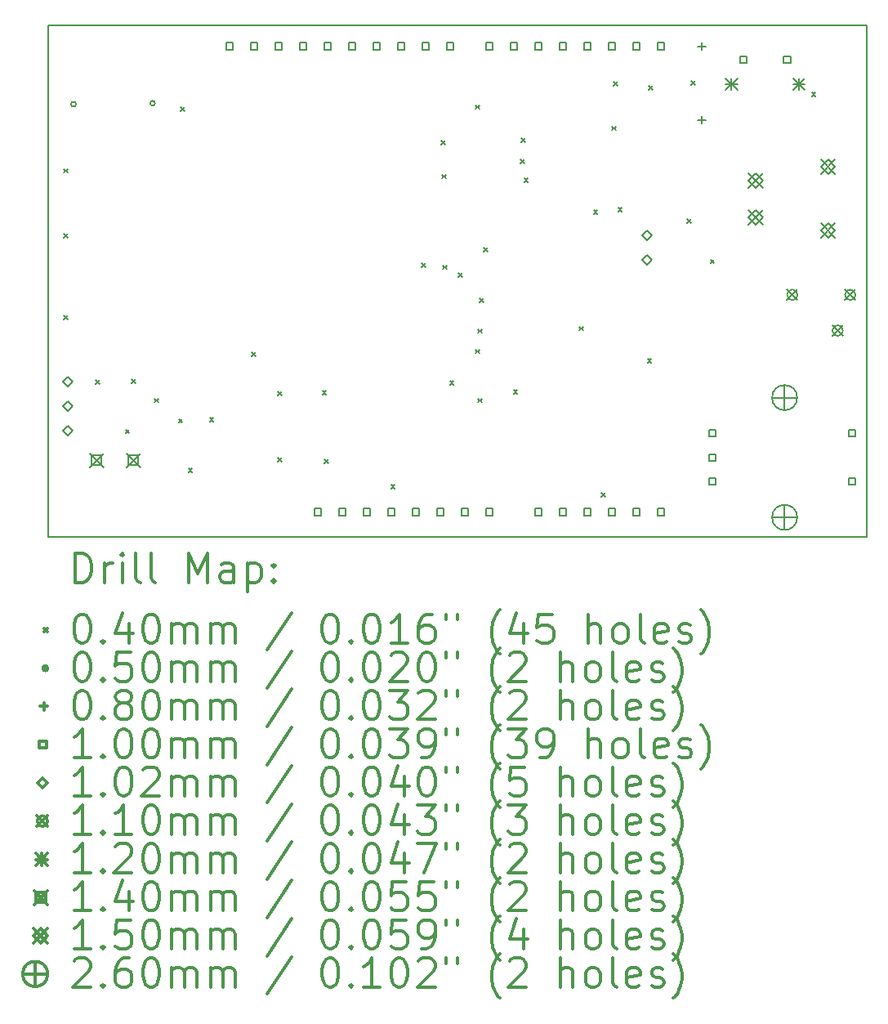
<source format=gbr>
%FSLAX45Y45*%
G04 Gerber Fmt 4.5, Leading zero omitted, Abs format (unit mm)*
G04 Created by KiCad (PCBNEW 5.0.0-fee4fd1~66~ubuntu16.04.1) date Wed Aug 22 00:33:29 2018*
%MOMM*%
%LPD*%
G01*
G04 APERTURE LIST*
%ADD10C,0.150000*%
%ADD11C,0.200000*%
%ADD12C,0.300000*%
G04 APERTURE END LIST*
D10*
X5470000Y-7700000D02*
X5470000Y-13000000D01*
X13950000Y-7700000D02*
X5470000Y-7700000D01*
X13950000Y-13000000D02*
X13950000Y-7700000D01*
X5470000Y-13000000D02*
X13950000Y-13000000D01*
D11*
X5630000Y-9190000D02*
X5670000Y-9230000D01*
X5670000Y-9190000D02*
X5630000Y-9230000D01*
X5630000Y-9860000D02*
X5670000Y-9900000D01*
X5670000Y-9860000D02*
X5630000Y-9900000D01*
X5630000Y-10710000D02*
X5670000Y-10750000D01*
X5670000Y-10710000D02*
X5630000Y-10750000D01*
X5960000Y-11380000D02*
X6000000Y-11420000D01*
X6000000Y-11380000D02*
X5960000Y-11420000D01*
X6270000Y-11890000D02*
X6310000Y-11930000D01*
X6310000Y-11890000D02*
X6270000Y-11930000D01*
X6330000Y-11370000D02*
X6370000Y-11410000D01*
X6370000Y-11370000D02*
X6330000Y-11410000D01*
X6570000Y-11570000D02*
X6610000Y-11610000D01*
X6610000Y-11570000D02*
X6570000Y-11610000D01*
X6820000Y-11780000D02*
X6860000Y-11820000D01*
X6860000Y-11780000D02*
X6820000Y-11820000D01*
X6840000Y-8550000D02*
X6880000Y-8590000D01*
X6880000Y-8550000D02*
X6840000Y-8590000D01*
X6920000Y-12290000D02*
X6960000Y-12330000D01*
X6960000Y-12290000D02*
X6920000Y-12330000D01*
X7140000Y-11770000D02*
X7180000Y-11810000D01*
X7180000Y-11770000D02*
X7140000Y-11810000D01*
X7580000Y-11090000D02*
X7620000Y-11130000D01*
X7620000Y-11090000D02*
X7580000Y-11130000D01*
X7850000Y-11500000D02*
X7890000Y-11540000D01*
X7890000Y-11500000D02*
X7850000Y-11540000D01*
X7850000Y-12180000D02*
X7890000Y-12220000D01*
X7890000Y-12180000D02*
X7850000Y-12220000D01*
X8310000Y-11490000D02*
X8350000Y-11530000D01*
X8350000Y-11490000D02*
X8310000Y-11530000D01*
X8330000Y-12200000D02*
X8370000Y-12240000D01*
X8370000Y-12200000D02*
X8330000Y-12240000D01*
X9020000Y-12460000D02*
X9060000Y-12500000D01*
X9060000Y-12460000D02*
X9020000Y-12500000D01*
X9340000Y-10170000D02*
X9380000Y-10210000D01*
X9380000Y-10170000D02*
X9340000Y-10210000D01*
X9540000Y-8900000D02*
X9580000Y-8940000D01*
X9580000Y-8900000D02*
X9540000Y-8940000D01*
X9550000Y-9250000D02*
X9590000Y-9290000D01*
X9590000Y-9250000D02*
X9550000Y-9290000D01*
X9560000Y-10190000D02*
X9600000Y-10230000D01*
X9600000Y-10190000D02*
X9560000Y-10230000D01*
X9630000Y-11390000D02*
X9670000Y-11430000D01*
X9670000Y-11390000D02*
X9630000Y-11430000D01*
X9720000Y-10270000D02*
X9760000Y-10310000D01*
X9760000Y-10270000D02*
X9720000Y-10310000D01*
X9900000Y-8530000D02*
X9940000Y-8570000D01*
X9940000Y-8530000D02*
X9900000Y-8570000D01*
X9900000Y-11060000D02*
X9940000Y-11100000D01*
X9940000Y-11060000D02*
X9900000Y-11100000D01*
X9920000Y-10850000D02*
X9960000Y-10890000D01*
X9960000Y-10850000D02*
X9920000Y-10890000D01*
X9920000Y-11570000D02*
X9960000Y-11610000D01*
X9960000Y-11570000D02*
X9920000Y-11610000D01*
X9940000Y-10530000D02*
X9980000Y-10570000D01*
X9980000Y-10530000D02*
X9940000Y-10570000D01*
X9980000Y-10010000D02*
X10020000Y-10050000D01*
X10020000Y-10010000D02*
X9980000Y-10050000D01*
X10290000Y-11480000D02*
X10330000Y-11520000D01*
X10330000Y-11480000D02*
X10290000Y-11520000D01*
X10360000Y-9090000D02*
X10400000Y-9130000D01*
X10400000Y-9090000D02*
X10360000Y-9130000D01*
X10370000Y-8870000D02*
X10410000Y-8910000D01*
X10410000Y-8870000D02*
X10370000Y-8910000D01*
X10400000Y-9290000D02*
X10440000Y-9330000D01*
X10440000Y-9290000D02*
X10400000Y-9330000D01*
X10970000Y-10825000D02*
X11010000Y-10865000D01*
X11010000Y-10825000D02*
X10970000Y-10865000D01*
X11120000Y-9620000D02*
X11160000Y-9660000D01*
X11160000Y-9620000D02*
X11120000Y-9660000D01*
X11200000Y-12550000D02*
X11240000Y-12590000D01*
X11240000Y-12550000D02*
X11200000Y-12590000D01*
X11310000Y-8750000D02*
X11350000Y-8790000D01*
X11350000Y-8750000D02*
X11310000Y-8790000D01*
X11330000Y-8290000D02*
X11370000Y-8330000D01*
X11370000Y-8290000D02*
X11330000Y-8330000D01*
X11375000Y-9595000D02*
X11415000Y-9635000D01*
X11415000Y-9595000D02*
X11375000Y-9635000D01*
X11680000Y-11160000D02*
X11720000Y-11200000D01*
X11720000Y-11160000D02*
X11680000Y-11200000D01*
X11690000Y-8330000D02*
X11730000Y-8370000D01*
X11730000Y-8330000D02*
X11690000Y-8370000D01*
X12090000Y-9710000D02*
X12130000Y-9750000D01*
X12130000Y-9710000D02*
X12090000Y-9750000D01*
X12130000Y-8280000D02*
X12170000Y-8320000D01*
X12170000Y-8280000D02*
X12130000Y-8320000D01*
X12330000Y-10130000D02*
X12370000Y-10170000D01*
X12370000Y-10130000D02*
X12330000Y-10170000D01*
X13380000Y-8400000D02*
X13420000Y-8440000D01*
X13420000Y-8400000D02*
X13380000Y-8440000D01*
X5755000Y-8520000D02*
G75*
G03X5755000Y-8520000I-25000J0D01*
G01*
X6575000Y-8510000D02*
G75*
G03X6575000Y-8510000I-25000J0D01*
G01*
X12240000Y-7878995D02*
X12240000Y-7959005D01*
X12199995Y-7919000D02*
X12280005Y-7919000D01*
X12240000Y-8640995D02*
X12240000Y-8721005D01*
X12199995Y-8681000D02*
X12280005Y-8681000D01*
X12385356Y-11965356D02*
X12385356Y-11894644D01*
X12314644Y-11894644D01*
X12314644Y-11965356D01*
X12385356Y-11965356D01*
X12385356Y-12215356D02*
X12385356Y-12144644D01*
X12314644Y-12144644D01*
X12314644Y-12215356D01*
X12385356Y-12215356D01*
X12385356Y-12465356D02*
X12385356Y-12394644D01*
X12314644Y-12394644D01*
X12314644Y-12465356D01*
X12385356Y-12465356D01*
X13835356Y-11965356D02*
X13835356Y-11894644D01*
X13764644Y-11894644D01*
X13764644Y-11965356D01*
X13835356Y-11965356D01*
X13835356Y-12465356D02*
X13835356Y-12394644D01*
X13764644Y-12394644D01*
X13764644Y-12465356D01*
X13835356Y-12465356D01*
X7384956Y-7955356D02*
X7384956Y-7884644D01*
X7314244Y-7884644D01*
X7314244Y-7955356D01*
X7384956Y-7955356D01*
X7638956Y-7955356D02*
X7638956Y-7884644D01*
X7568244Y-7884644D01*
X7568244Y-7955356D01*
X7638956Y-7955356D01*
X7892956Y-7955356D02*
X7892956Y-7884644D01*
X7822244Y-7884644D01*
X7822244Y-7955356D01*
X7892956Y-7955356D01*
X8146956Y-7955356D02*
X8146956Y-7884644D01*
X8076244Y-7884644D01*
X8076244Y-7955356D01*
X8146956Y-7955356D01*
X8299356Y-12781356D02*
X8299356Y-12710644D01*
X8228644Y-12710644D01*
X8228644Y-12781356D01*
X8299356Y-12781356D01*
X8400956Y-7955356D02*
X8400956Y-7884644D01*
X8330244Y-7884644D01*
X8330244Y-7955356D01*
X8400956Y-7955356D01*
X8553356Y-12781356D02*
X8553356Y-12710644D01*
X8482644Y-12710644D01*
X8482644Y-12781356D01*
X8553356Y-12781356D01*
X8654956Y-7955356D02*
X8654956Y-7884644D01*
X8584244Y-7884644D01*
X8584244Y-7955356D01*
X8654956Y-7955356D01*
X8807356Y-12781356D02*
X8807356Y-12710644D01*
X8736644Y-12710644D01*
X8736644Y-12781356D01*
X8807356Y-12781356D01*
X8908956Y-7955356D02*
X8908956Y-7884644D01*
X8838244Y-7884644D01*
X8838244Y-7955356D01*
X8908956Y-7955356D01*
X9061356Y-12781356D02*
X9061356Y-12710644D01*
X8990644Y-12710644D01*
X8990644Y-12781356D01*
X9061356Y-12781356D01*
X9162956Y-7955356D02*
X9162956Y-7884644D01*
X9092244Y-7884644D01*
X9092244Y-7955356D01*
X9162956Y-7955356D01*
X9315356Y-12781356D02*
X9315356Y-12710644D01*
X9244644Y-12710644D01*
X9244644Y-12781356D01*
X9315356Y-12781356D01*
X9416956Y-7955356D02*
X9416956Y-7884644D01*
X9346244Y-7884644D01*
X9346244Y-7955356D01*
X9416956Y-7955356D01*
X9569356Y-12781356D02*
X9569356Y-12710644D01*
X9498644Y-12710644D01*
X9498644Y-12781356D01*
X9569356Y-12781356D01*
X9670956Y-7955356D02*
X9670956Y-7884644D01*
X9600244Y-7884644D01*
X9600244Y-7955356D01*
X9670956Y-7955356D01*
X9823356Y-12781356D02*
X9823356Y-12710644D01*
X9752644Y-12710644D01*
X9752644Y-12781356D01*
X9823356Y-12781356D01*
X10077356Y-7955356D02*
X10077356Y-7884644D01*
X10006644Y-7884644D01*
X10006644Y-7955356D01*
X10077356Y-7955356D01*
X10077356Y-12781356D02*
X10077356Y-12710644D01*
X10006644Y-12710644D01*
X10006644Y-12781356D01*
X10077356Y-12781356D01*
X10331356Y-7955356D02*
X10331356Y-7884644D01*
X10260644Y-7884644D01*
X10260644Y-7955356D01*
X10331356Y-7955356D01*
X10585356Y-7955356D02*
X10585356Y-7884644D01*
X10514644Y-7884644D01*
X10514644Y-7955356D01*
X10585356Y-7955356D01*
X10585356Y-12781356D02*
X10585356Y-12710644D01*
X10514644Y-12710644D01*
X10514644Y-12781356D01*
X10585356Y-12781356D01*
X10839356Y-7955356D02*
X10839356Y-7884644D01*
X10768644Y-7884644D01*
X10768644Y-7955356D01*
X10839356Y-7955356D01*
X10839356Y-12781356D02*
X10839356Y-12710644D01*
X10768644Y-12710644D01*
X10768644Y-12781356D01*
X10839356Y-12781356D01*
X11093356Y-7955356D02*
X11093356Y-7884644D01*
X11022644Y-7884644D01*
X11022644Y-7955356D01*
X11093356Y-7955356D01*
X11093356Y-12781356D02*
X11093356Y-12710644D01*
X11022644Y-12710644D01*
X11022644Y-12781356D01*
X11093356Y-12781356D01*
X11347356Y-7955356D02*
X11347356Y-7884644D01*
X11276644Y-7884644D01*
X11276644Y-7955356D01*
X11347356Y-7955356D01*
X11347356Y-12781356D02*
X11347356Y-12710644D01*
X11276644Y-12710644D01*
X11276644Y-12781356D01*
X11347356Y-12781356D01*
X11601356Y-7955356D02*
X11601356Y-7884644D01*
X11530644Y-7884644D01*
X11530644Y-7955356D01*
X11601356Y-7955356D01*
X11601356Y-12781356D02*
X11601356Y-12710644D01*
X11530644Y-12710644D01*
X11530644Y-12781356D01*
X11601356Y-12781356D01*
X11855356Y-7955356D02*
X11855356Y-7884644D01*
X11784644Y-7884644D01*
X11784644Y-7955356D01*
X11855356Y-7955356D01*
X11855356Y-12781356D02*
X11855356Y-12710644D01*
X11784644Y-12710644D01*
X11784644Y-12781356D01*
X11855356Y-12781356D01*
X12710356Y-8095356D02*
X12710356Y-8024644D01*
X12639644Y-8024644D01*
X12639644Y-8095356D01*
X12710356Y-8095356D01*
X13160356Y-8095356D02*
X13160356Y-8024644D01*
X13089644Y-8024644D01*
X13089644Y-8095356D01*
X13160356Y-8095356D01*
X11670000Y-9926800D02*
X11720800Y-9876000D01*
X11670000Y-9825200D01*
X11619200Y-9876000D01*
X11670000Y-9926800D01*
X11670000Y-10180800D02*
X11720800Y-10130000D01*
X11670000Y-10079200D01*
X11619200Y-10130000D01*
X11670000Y-10180800D01*
X5670000Y-11446800D02*
X5720800Y-11396000D01*
X5670000Y-11345200D01*
X5619200Y-11396000D01*
X5670000Y-11446800D01*
X5670000Y-11700800D02*
X5720800Y-11650000D01*
X5670000Y-11599200D01*
X5619200Y-11650000D01*
X5670000Y-11700800D01*
X5670000Y-11954800D02*
X5720800Y-11904000D01*
X5670000Y-11853200D01*
X5619200Y-11904000D01*
X5670000Y-11954800D01*
X13125000Y-10440000D02*
X13235000Y-10550000D01*
X13235000Y-10440000D02*
X13125000Y-10550000D01*
X13235000Y-10495000D02*
G75*
G03X13235000Y-10495000I-55000J0D01*
G01*
X13595000Y-10810000D02*
X13705000Y-10920000D01*
X13705000Y-10810000D02*
X13595000Y-10920000D01*
X13705000Y-10865000D02*
G75*
G03X13705000Y-10865000I-55000J0D01*
G01*
X13725000Y-10440000D02*
X13835000Y-10550000D01*
X13835000Y-10440000D02*
X13725000Y-10550000D01*
X13835000Y-10495000D02*
G75*
G03X13835000Y-10495000I-55000J0D01*
G01*
X12490000Y-8250000D02*
X12610000Y-8370000D01*
X12610000Y-8250000D02*
X12490000Y-8370000D01*
X12550000Y-8250000D02*
X12550000Y-8370000D01*
X12490000Y-8310000D02*
X12610000Y-8310000D01*
X13190000Y-8250000D02*
X13310000Y-8370000D01*
X13310000Y-8250000D02*
X13190000Y-8370000D01*
X13250000Y-8250000D02*
X13250000Y-8370000D01*
X13190000Y-8310000D02*
X13310000Y-8310000D01*
X5899500Y-12140000D02*
X6039500Y-12280000D01*
X6039500Y-12140000D02*
X5899500Y-12280000D01*
X6018998Y-12259498D02*
X6018998Y-12160502D01*
X5920002Y-12160502D01*
X5920002Y-12259498D01*
X6018998Y-12259498D01*
X6280500Y-12140000D02*
X6420500Y-12280000D01*
X6420500Y-12140000D02*
X6280500Y-12280000D01*
X6399998Y-12259498D02*
X6399998Y-12160502D01*
X6301002Y-12160502D01*
X6301002Y-12259498D01*
X6399998Y-12259498D01*
X12725000Y-9235000D02*
X12875000Y-9385000D01*
X12875000Y-9235000D02*
X12725000Y-9385000D01*
X12800000Y-9385000D02*
X12875000Y-9310000D01*
X12800000Y-9235000D01*
X12725000Y-9310000D01*
X12800000Y-9385000D01*
X12725000Y-9615000D02*
X12875000Y-9765000D01*
X12875000Y-9615000D02*
X12725000Y-9765000D01*
X12800000Y-9765000D02*
X12875000Y-9690000D01*
X12800000Y-9615000D01*
X12725000Y-9690000D01*
X12800000Y-9765000D01*
X13475000Y-9095000D02*
X13625000Y-9245000D01*
X13625000Y-9095000D02*
X13475000Y-9245000D01*
X13550000Y-9245000D02*
X13625000Y-9170000D01*
X13550000Y-9095000D01*
X13475000Y-9170000D01*
X13550000Y-9245000D01*
X13475000Y-9755000D02*
X13625000Y-9905000D01*
X13625000Y-9755000D02*
X13475000Y-9905000D01*
X13550000Y-9905000D02*
X13625000Y-9830000D01*
X13550000Y-9755000D01*
X13475000Y-9830000D01*
X13550000Y-9905000D01*
X13100000Y-11430000D02*
X13100000Y-11690000D01*
X12970000Y-11560000D02*
X13230000Y-11560000D01*
X13230000Y-11560000D02*
G75*
G03X13230000Y-11560000I-130000J0D01*
G01*
X13100000Y-12670000D02*
X13100000Y-12930000D01*
X12970000Y-12800000D02*
X13230000Y-12800000D01*
X13230000Y-12800000D02*
G75*
G03X13230000Y-12800000I-130000J0D01*
G01*
D12*
X5748928Y-13473214D02*
X5748928Y-13173214D01*
X5820357Y-13173214D01*
X5863214Y-13187500D01*
X5891786Y-13216071D01*
X5906071Y-13244643D01*
X5920357Y-13301786D01*
X5920357Y-13344643D01*
X5906071Y-13401786D01*
X5891786Y-13430357D01*
X5863214Y-13458929D01*
X5820357Y-13473214D01*
X5748928Y-13473214D01*
X6048928Y-13473214D02*
X6048928Y-13273214D01*
X6048928Y-13330357D02*
X6063214Y-13301786D01*
X6077500Y-13287500D01*
X6106071Y-13273214D01*
X6134643Y-13273214D01*
X6234643Y-13473214D02*
X6234643Y-13273214D01*
X6234643Y-13173214D02*
X6220357Y-13187500D01*
X6234643Y-13201786D01*
X6248928Y-13187500D01*
X6234643Y-13173214D01*
X6234643Y-13201786D01*
X6420357Y-13473214D02*
X6391786Y-13458929D01*
X6377500Y-13430357D01*
X6377500Y-13173214D01*
X6577500Y-13473214D02*
X6548928Y-13458929D01*
X6534643Y-13430357D01*
X6534643Y-13173214D01*
X6920357Y-13473214D02*
X6920357Y-13173214D01*
X7020357Y-13387500D01*
X7120357Y-13173214D01*
X7120357Y-13473214D01*
X7391786Y-13473214D02*
X7391786Y-13316071D01*
X7377500Y-13287500D01*
X7348928Y-13273214D01*
X7291786Y-13273214D01*
X7263214Y-13287500D01*
X7391786Y-13458929D02*
X7363214Y-13473214D01*
X7291786Y-13473214D01*
X7263214Y-13458929D01*
X7248928Y-13430357D01*
X7248928Y-13401786D01*
X7263214Y-13373214D01*
X7291786Y-13358929D01*
X7363214Y-13358929D01*
X7391786Y-13344643D01*
X7534643Y-13273214D02*
X7534643Y-13573214D01*
X7534643Y-13287500D02*
X7563214Y-13273214D01*
X7620357Y-13273214D01*
X7648928Y-13287500D01*
X7663214Y-13301786D01*
X7677500Y-13330357D01*
X7677500Y-13416071D01*
X7663214Y-13444643D01*
X7648928Y-13458929D01*
X7620357Y-13473214D01*
X7563214Y-13473214D01*
X7534643Y-13458929D01*
X7806071Y-13444643D02*
X7820357Y-13458929D01*
X7806071Y-13473214D01*
X7791786Y-13458929D01*
X7806071Y-13444643D01*
X7806071Y-13473214D01*
X7806071Y-13287500D02*
X7820357Y-13301786D01*
X7806071Y-13316071D01*
X7791786Y-13301786D01*
X7806071Y-13287500D01*
X7806071Y-13316071D01*
X5422500Y-13947500D02*
X5462500Y-13987500D01*
X5462500Y-13947500D02*
X5422500Y-13987500D01*
X5806071Y-13803214D02*
X5834643Y-13803214D01*
X5863214Y-13817500D01*
X5877500Y-13831786D01*
X5891786Y-13860357D01*
X5906071Y-13917500D01*
X5906071Y-13988929D01*
X5891786Y-14046071D01*
X5877500Y-14074643D01*
X5863214Y-14088929D01*
X5834643Y-14103214D01*
X5806071Y-14103214D01*
X5777500Y-14088929D01*
X5763214Y-14074643D01*
X5748928Y-14046071D01*
X5734643Y-13988929D01*
X5734643Y-13917500D01*
X5748928Y-13860357D01*
X5763214Y-13831786D01*
X5777500Y-13817500D01*
X5806071Y-13803214D01*
X6034643Y-14074643D02*
X6048928Y-14088929D01*
X6034643Y-14103214D01*
X6020357Y-14088929D01*
X6034643Y-14074643D01*
X6034643Y-14103214D01*
X6306071Y-13903214D02*
X6306071Y-14103214D01*
X6234643Y-13788929D02*
X6163214Y-14003214D01*
X6348928Y-14003214D01*
X6520357Y-13803214D02*
X6548928Y-13803214D01*
X6577500Y-13817500D01*
X6591786Y-13831786D01*
X6606071Y-13860357D01*
X6620357Y-13917500D01*
X6620357Y-13988929D01*
X6606071Y-14046071D01*
X6591786Y-14074643D01*
X6577500Y-14088929D01*
X6548928Y-14103214D01*
X6520357Y-14103214D01*
X6491786Y-14088929D01*
X6477500Y-14074643D01*
X6463214Y-14046071D01*
X6448928Y-13988929D01*
X6448928Y-13917500D01*
X6463214Y-13860357D01*
X6477500Y-13831786D01*
X6491786Y-13817500D01*
X6520357Y-13803214D01*
X6748928Y-14103214D02*
X6748928Y-13903214D01*
X6748928Y-13931786D02*
X6763214Y-13917500D01*
X6791786Y-13903214D01*
X6834643Y-13903214D01*
X6863214Y-13917500D01*
X6877500Y-13946071D01*
X6877500Y-14103214D01*
X6877500Y-13946071D02*
X6891786Y-13917500D01*
X6920357Y-13903214D01*
X6963214Y-13903214D01*
X6991786Y-13917500D01*
X7006071Y-13946071D01*
X7006071Y-14103214D01*
X7148928Y-14103214D02*
X7148928Y-13903214D01*
X7148928Y-13931786D02*
X7163214Y-13917500D01*
X7191786Y-13903214D01*
X7234643Y-13903214D01*
X7263214Y-13917500D01*
X7277500Y-13946071D01*
X7277500Y-14103214D01*
X7277500Y-13946071D02*
X7291786Y-13917500D01*
X7320357Y-13903214D01*
X7363214Y-13903214D01*
X7391786Y-13917500D01*
X7406071Y-13946071D01*
X7406071Y-14103214D01*
X7991786Y-13788929D02*
X7734643Y-14174643D01*
X8377500Y-13803214D02*
X8406071Y-13803214D01*
X8434643Y-13817500D01*
X8448928Y-13831786D01*
X8463214Y-13860357D01*
X8477500Y-13917500D01*
X8477500Y-13988929D01*
X8463214Y-14046071D01*
X8448928Y-14074643D01*
X8434643Y-14088929D01*
X8406071Y-14103214D01*
X8377500Y-14103214D01*
X8348928Y-14088929D01*
X8334643Y-14074643D01*
X8320357Y-14046071D01*
X8306071Y-13988929D01*
X8306071Y-13917500D01*
X8320357Y-13860357D01*
X8334643Y-13831786D01*
X8348928Y-13817500D01*
X8377500Y-13803214D01*
X8606071Y-14074643D02*
X8620357Y-14088929D01*
X8606071Y-14103214D01*
X8591786Y-14088929D01*
X8606071Y-14074643D01*
X8606071Y-14103214D01*
X8806071Y-13803214D02*
X8834643Y-13803214D01*
X8863214Y-13817500D01*
X8877500Y-13831786D01*
X8891786Y-13860357D01*
X8906071Y-13917500D01*
X8906071Y-13988929D01*
X8891786Y-14046071D01*
X8877500Y-14074643D01*
X8863214Y-14088929D01*
X8834643Y-14103214D01*
X8806071Y-14103214D01*
X8777500Y-14088929D01*
X8763214Y-14074643D01*
X8748928Y-14046071D01*
X8734643Y-13988929D01*
X8734643Y-13917500D01*
X8748928Y-13860357D01*
X8763214Y-13831786D01*
X8777500Y-13817500D01*
X8806071Y-13803214D01*
X9191786Y-14103214D02*
X9020357Y-14103214D01*
X9106071Y-14103214D02*
X9106071Y-13803214D01*
X9077500Y-13846071D01*
X9048928Y-13874643D01*
X9020357Y-13888929D01*
X9448928Y-13803214D02*
X9391786Y-13803214D01*
X9363214Y-13817500D01*
X9348928Y-13831786D01*
X9320357Y-13874643D01*
X9306071Y-13931786D01*
X9306071Y-14046071D01*
X9320357Y-14074643D01*
X9334643Y-14088929D01*
X9363214Y-14103214D01*
X9420357Y-14103214D01*
X9448928Y-14088929D01*
X9463214Y-14074643D01*
X9477500Y-14046071D01*
X9477500Y-13974643D01*
X9463214Y-13946071D01*
X9448928Y-13931786D01*
X9420357Y-13917500D01*
X9363214Y-13917500D01*
X9334643Y-13931786D01*
X9320357Y-13946071D01*
X9306071Y-13974643D01*
X9591786Y-13803214D02*
X9591786Y-13860357D01*
X9706071Y-13803214D02*
X9706071Y-13860357D01*
X10148928Y-14217500D02*
X10134643Y-14203214D01*
X10106071Y-14160357D01*
X10091786Y-14131786D01*
X10077500Y-14088929D01*
X10063214Y-14017500D01*
X10063214Y-13960357D01*
X10077500Y-13888929D01*
X10091786Y-13846071D01*
X10106071Y-13817500D01*
X10134643Y-13774643D01*
X10148928Y-13760357D01*
X10391786Y-13903214D02*
X10391786Y-14103214D01*
X10320357Y-13788929D02*
X10248928Y-14003214D01*
X10434643Y-14003214D01*
X10691786Y-13803214D02*
X10548928Y-13803214D01*
X10534643Y-13946071D01*
X10548928Y-13931786D01*
X10577500Y-13917500D01*
X10648928Y-13917500D01*
X10677500Y-13931786D01*
X10691786Y-13946071D01*
X10706071Y-13974643D01*
X10706071Y-14046071D01*
X10691786Y-14074643D01*
X10677500Y-14088929D01*
X10648928Y-14103214D01*
X10577500Y-14103214D01*
X10548928Y-14088929D01*
X10534643Y-14074643D01*
X11063214Y-14103214D02*
X11063214Y-13803214D01*
X11191786Y-14103214D02*
X11191786Y-13946071D01*
X11177500Y-13917500D01*
X11148928Y-13903214D01*
X11106071Y-13903214D01*
X11077500Y-13917500D01*
X11063214Y-13931786D01*
X11377500Y-14103214D02*
X11348928Y-14088929D01*
X11334643Y-14074643D01*
X11320357Y-14046071D01*
X11320357Y-13960357D01*
X11334643Y-13931786D01*
X11348928Y-13917500D01*
X11377500Y-13903214D01*
X11420357Y-13903214D01*
X11448928Y-13917500D01*
X11463214Y-13931786D01*
X11477500Y-13960357D01*
X11477500Y-14046071D01*
X11463214Y-14074643D01*
X11448928Y-14088929D01*
X11420357Y-14103214D01*
X11377500Y-14103214D01*
X11648928Y-14103214D02*
X11620357Y-14088929D01*
X11606071Y-14060357D01*
X11606071Y-13803214D01*
X11877500Y-14088929D02*
X11848928Y-14103214D01*
X11791786Y-14103214D01*
X11763214Y-14088929D01*
X11748928Y-14060357D01*
X11748928Y-13946071D01*
X11763214Y-13917500D01*
X11791786Y-13903214D01*
X11848928Y-13903214D01*
X11877500Y-13917500D01*
X11891786Y-13946071D01*
X11891786Y-13974643D01*
X11748928Y-14003214D01*
X12006071Y-14088929D02*
X12034643Y-14103214D01*
X12091786Y-14103214D01*
X12120357Y-14088929D01*
X12134643Y-14060357D01*
X12134643Y-14046071D01*
X12120357Y-14017500D01*
X12091786Y-14003214D01*
X12048928Y-14003214D01*
X12020357Y-13988929D01*
X12006071Y-13960357D01*
X12006071Y-13946071D01*
X12020357Y-13917500D01*
X12048928Y-13903214D01*
X12091786Y-13903214D01*
X12120357Y-13917500D01*
X12234643Y-14217500D02*
X12248928Y-14203214D01*
X12277500Y-14160357D01*
X12291786Y-14131786D01*
X12306071Y-14088929D01*
X12320357Y-14017500D01*
X12320357Y-13960357D01*
X12306071Y-13888929D01*
X12291786Y-13846071D01*
X12277500Y-13817500D01*
X12248928Y-13774643D01*
X12234643Y-13760357D01*
X5462500Y-14363500D02*
G75*
G03X5462500Y-14363500I-25000J0D01*
G01*
X5806071Y-14199214D02*
X5834643Y-14199214D01*
X5863214Y-14213500D01*
X5877500Y-14227786D01*
X5891786Y-14256357D01*
X5906071Y-14313500D01*
X5906071Y-14384929D01*
X5891786Y-14442071D01*
X5877500Y-14470643D01*
X5863214Y-14484929D01*
X5834643Y-14499214D01*
X5806071Y-14499214D01*
X5777500Y-14484929D01*
X5763214Y-14470643D01*
X5748928Y-14442071D01*
X5734643Y-14384929D01*
X5734643Y-14313500D01*
X5748928Y-14256357D01*
X5763214Y-14227786D01*
X5777500Y-14213500D01*
X5806071Y-14199214D01*
X6034643Y-14470643D02*
X6048928Y-14484929D01*
X6034643Y-14499214D01*
X6020357Y-14484929D01*
X6034643Y-14470643D01*
X6034643Y-14499214D01*
X6320357Y-14199214D02*
X6177500Y-14199214D01*
X6163214Y-14342071D01*
X6177500Y-14327786D01*
X6206071Y-14313500D01*
X6277500Y-14313500D01*
X6306071Y-14327786D01*
X6320357Y-14342071D01*
X6334643Y-14370643D01*
X6334643Y-14442071D01*
X6320357Y-14470643D01*
X6306071Y-14484929D01*
X6277500Y-14499214D01*
X6206071Y-14499214D01*
X6177500Y-14484929D01*
X6163214Y-14470643D01*
X6520357Y-14199214D02*
X6548928Y-14199214D01*
X6577500Y-14213500D01*
X6591786Y-14227786D01*
X6606071Y-14256357D01*
X6620357Y-14313500D01*
X6620357Y-14384929D01*
X6606071Y-14442071D01*
X6591786Y-14470643D01*
X6577500Y-14484929D01*
X6548928Y-14499214D01*
X6520357Y-14499214D01*
X6491786Y-14484929D01*
X6477500Y-14470643D01*
X6463214Y-14442071D01*
X6448928Y-14384929D01*
X6448928Y-14313500D01*
X6463214Y-14256357D01*
X6477500Y-14227786D01*
X6491786Y-14213500D01*
X6520357Y-14199214D01*
X6748928Y-14499214D02*
X6748928Y-14299214D01*
X6748928Y-14327786D02*
X6763214Y-14313500D01*
X6791786Y-14299214D01*
X6834643Y-14299214D01*
X6863214Y-14313500D01*
X6877500Y-14342071D01*
X6877500Y-14499214D01*
X6877500Y-14342071D02*
X6891786Y-14313500D01*
X6920357Y-14299214D01*
X6963214Y-14299214D01*
X6991786Y-14313500D01*
X7006071Y-14342071D01*
X7006071Y-14499214D01*
X7148928Y-14499214D02*
X7148928Y-14299214D01*
X7148928Y-14327786D02*
X7163214Y-14313500D01*
X7191786Y-14299214D01*
X7234643Y-14299214D01*
X7263214Y-14313500D01*
X7277500Y-14342071D01*
X7277500Y-14499214D01*
X7277500Y-14342071D02*
X7291786Y-14313500D01*
X7320357Y-14299214D01*
X7363214Y-14299214D01*
X7391786Y-14313500D01*
X7406071Y-14342071D01*
X7406071Y-14499214D01*
X7991786Y-14184929D02*
X7734643Y-14570643D01*
X8377500Y-14199214D02*
X8406071Y-14199214D01*
X8434643Y-14213500D01*
X8448928Y-14227786D01*
X8463214Y-14256357D01*
X8477500Y-14313500D01*
X8477500Y-14384929D01*
X8463214Y-14442071D01*
X8448928Y-14470643D01*
X8434643Y-14484929D01*
X8406071Y-14499214D01*
X8377500Y-14499214D01*
X8348928Y-14484929D01*
X8334643Y-14470643D01*
X8320357Y-14442071D01*
X8306071Y-14384929D01*
X8306071Y-14313500D01*
X8320357Y-14256357D01*
X8334643Y-14227786D01*
X8348928Y-14213500D01*
X8377500Y-14199214D01*
X8606071Y-14470643D02*
X8620357Y-14484929D01*
X8606071Y-14499214D01*
X8591786Y-14484929D01*
X8606071Y-14470643D01*
X8606071Y-14499214D01*
X8806071Y-14199214D02*
X8834643Y-14199214D01*
X8863214Y-14213500D01*
X8877500Y-14227786D01*
X8891786Y-14256357D01*
X8906071Y-14313500D01*
X8906071Y-14384929D01*
X8891786Y-14442071D01*
X8877500Y-14470643D01*
X8863214Y-14484929D01*
X8834643Y-14499214D01*
X8806071Y-14499214D01*
X8777500Y-14484929D01*
X8763214Y-14470643D01*
X8748928Y-14442071D01*
X8734643Y-14384929D01*
X8734643Y-14313500D01*
X8748928Y-14256357D01*
X8763214Y-14227786D01*
X8777500Y-14213500D01*
X8806071Y-14199214D01*
X9020357Y-14227786D02*
X9034643Y-14213500D01*
X9063214Y-14199214D01*
X9134643Y-14199214D01*
X9163214Y-14213500D01*
X9177500Y-14227786D01*
X9191786Y-14256357D01*
X9191786Y-14284929D01*
X9177500Y-14327786D01*
X9006071Y-14499214D01*
X9191786Y-14499214D01*
X9377500Y-14199214D02*
X9406071Y-14199214D01*
X9434643Y-14213500D01*
X9448928Y-14227786D01*
X9463214Y-14256357D01*
X9477500Y-14313500D01*
X9477500Y-14384929D01*
X9463214Y-14442071D01*
X9448928Y-14470643D01*
X9434643Y-14484929D01*
X9406071Y-14499214D01*
X9377500Y-14499214D01*
X9348928Y-14484929D01*
X9334643Y-14470643D01*
X9320357Y-14442071D01*
X9306071Y-14384929D01*
X9306071Y-14313500D01*
X9320357Y-14256357D01*
X9334643Y-14227786D01*
X9348928Y-14213500D01*
X9377500Y-14199214D01*
X9591786Y-14199214D02*
X9591786Y-14256357D01*
X9706071Y-14199214D02*
X9706071Y-14256357D01*
X10148928Y-14613500D02*
X10134643Y-14599214D01*
X10106071Y-14556357D01*
X10091786Y-14527786D01*
X10077500Y-14484929D01*
X10063214Y-14413500D01*
X10063214Y-14356357D01*
X10077500Y-14284929D01*
X10091786Y-14242071D01*
X10106071Y-14213500D01*
X10134643Y-14170643D01*
X10148928Y-14156357D01*
X10248928Y-14227786D02*
X10263214Y-14213500D01*
X10291786Y-14199214D01*
X10363214Y-14199214D01*
X10391786Y-14213500D01*
X10406071Y-14227786D01*
X10420357Y-14256357D01*
X10420357Y-14284929D01*
X10406071Y-14327786D01*
X10234643Y-14499214D01*
X10420357Y-14499214D01*
X10777500Y-14499214D02*
X10777500Y-14199214D01*
X10906071Y-14499214D02*
X10906071Y-14342071D01*
X10891786Y-14313500D01*
X10863214Y-14299214D01*
X10820357Y-14299214D01*
X10791786Y-14313500D01*
X10777500Y-14327786D01*
X11091786Y-14499214D02*
X11063214Y-14484929D01*
X11048928Y-14470643D01*
X11034643Y-14442071D01*
X11034643Y-14356357D01*
X11048928Y-14327786D01*
X11063214Y-14313500D01*
X11091786Y-14299214D01*
X11134643Y-14299214D01*
X11163214Y-14313500D01*
X11177500Y-14327786D01*
X11191786Y-14356357D01*
X11191786Y-14442071D01*
X11177500Y-14470643D01*
X11163214Y-14484929D01*
X11134643Y-14499214D01*
X11091786Y-14499214D01*
X11363214Y-14499214D02*
X11334643Y-14484929D01*
X11320357Y-14456357D01*
X11320357Y-14199214D01*
X11591786Y-14484929D02*
X11563214Y-14499214D01*
X11506071Y-14499214D01*
X11477500Y-14484929D01*
X11463214Y-14456357D01*
X11463214Y-14342071D01*
X11477500Y-14313500D01*
X11506071Y-14299214D01*
X11563214Y-14299214D01*
X11591786Y-14313500D01*
X11606071Y-14342071D01*
X11606071Y-14370643D01*
X11463214Y-14399214D01*
X11720357Y-14484929D02*
X11748928Y-14499214D01*
X11806071Y-14499214D01*
X11834643Y-14484929D01*
X11848928Y-14456357D01*
X11848928Y-14442071D01*
X11834643Y-14413500D01*
X11806071Y-14399214D01*
X11763214Y-14399214D01*
X11734643Y-14384929D01*
X11720357Y-14356357D01*
X11720357Y-14342071D01*
X11734643Y-14313500D01*
X11763214Y-14299214D01*
X11806071Y-14299214D01*
X11834643Y-14313500D01*
X11948928Y-14613500D02*
X11963214Y-14599214D01*
X11991786Y-14556357D01*
X12006071Y-14527786D01*
X12020357Y-14484929D01*
X12034643Y-14413500D01*
X12034643Y-14356357D01*
X12020357Y-14284929D01*
X12006071Y-14242071D01*
X11991786Y-14213500D01*
X11963214Y-14170643D01*
X11948928Y-14156357D01*
X5422495Y-14719495D02*
X5422495Y-14799505D01*
X5382490Y-14759500D02*
X5462500Y-14759500D01*
X5806071Y-14595214D02*
X5834643Y-14595214D01*
X5863214Y-14609500D01*
X5877500Y-14623786D01*
X5891786Y-14652357D01*
X5906071Y-14709500D01*
X5906071Y-14780929D01*
X5891786Y-14838071D01*
X5877500Y-14866643D01*
X5863214Y-14880929D01*
X5834643Y-14895214D01*
X5806071Y-14895214D01*
X5777500Y-14880929D01*
X5763214Y-14866643D01*
X5748928Y-14838071D01*
X5734643Y-14780929D01*
X5734643Y-14709500D01*
X5748928Y-14652357D01*
X5763214Y-14623786D01*
X5777500Y-14609500D01*
X5806071Y-14595214D01*
X6034643Y-14866643D02*
X6048928Y-14880929D01*
X6034643Y-14895214D01*
X6020357Y-14880929D01*
X6034643Y-14866643D01*
X6034643Y-14895214D01*
X6220357Y-14723786D02*
X6191786Y-14709500D01*
X6177500Y-14695214D01*
X6163214Y-14666643D01*
X6163214Y-14652357D01*
X6177500Y-14623786D01*
X6191786Y-14609500D01*
X6220357Y-14595214D01*
X6277500Y-14595214D01*
X6306071Y-14609500D01*
X6320357Y-14623786D01*
X6334643Y-14652357D01*
X6334643Y-14666643D01*
X6320357Y-14695214D01*
X6306071Y-14709500D01*
X6277500Y-14723786D01*
X6220357Y-14723786D01*
X6191786Y-14738071D01*
X6177500Y-14752357D01*
X6163214Y-14780929D01*
X6163214Y-14838071D01*
X6177500Y-14866643D01*
X6191786Y-14880929D01*
X6220357Y-14895214D01*
X6277500Y-14895214D01*
X6306071Y-14880929D01*
X6320357Y-14866643D01*
X6334643Y-14838071D01*
X6334643Y-14780929D01*
X6320357Y-14752357D01*
X6306071Y-14738071D01*
X6277500Y-14723786D01*
X6520357Y-14595214D02*
X6548928Y-14595214D01*
X6577500Y-14609500D01*
X6591786Y-14623786D01*
X6606071Y-14652357D01*
X6620357Y-14709500D01*
X6620357Y-14780929D01*
X6606071Y-14838071D01*
X6591786Y-14866643D01*
X6577500Y-14880929D01*
X6548928Y-14895214D01*
X6520357Y-14895214D01*
X6491786Y-14880929D01*
X6477500Y-14866643D01*
X6463214Y-14838071D01*
X6448928Y-14780929D01*
X6448928Y-14709500D01*
X6463214Y-14652357D01*
X6477500Y-14623786D01*
X6491786Y-14609500D01*
X6520357Y-14595214D01*
X6748928Y-14895214D02*
X6748928Y-14695214D01*
X6748928Y-14723786D02*
X6763214Y-14709500D01*
X6791786Y-14695214D01*
X6834643Y-14695214D01*
X6863214Y-14709500D01*
X6877500Y-14738071D01*
X6877500Y-14895214D01*
X6877500Y-14738071D02*
X6891786Y-14709500D01*
X6920357Y-14695214D01*
X6963214Y-14695214D01*
X6991786Y-14709500D01*
X7006071Y-14738071D01*
X7006071Y-14895214D01*
X7148928Y-14895214D02*
X7148928Y-14695214D01*
X7148928Y-14723786D02*
X7163214Y-14709500D01*
X7191786Y-14695214D01*
X7234643Y-14695214D01*
X7263214Y-14709500D01*
X7277500Y-14738071D01*
X7277500Y-14895214D01*
X7277500Y-14738071D02*
X7291786Y-14709500D01*
X7320357Y-14695214D01*
X7363214Y-14695214D01*
X7391786Y-14709500D01*
X7406071Y-14738071D01*
X7406071Y-14895214D01*
X7991786Y-14580929D02*
X7734643Y-14966643D01*
X8377500Y-14595214D02*
X8406071Y-14595214D01*
X8434643Y-14609500D01*
X8448928Y-14623786D01*
X8463214Y-14652357D01*
X8477500Y-14709500D01*
X8477500Y-14780929D01*
X8463214Y-14838071D01*
X8448928Y-14866643D01*
X8434643Y-14880929D01*
X8406071Y-14895214D01*
X8377500Y-14895214D01*
X8348928Y-14880929D01*
X8334643Y-14866643D01*
X8320357Y-14838071D01*
X8306071Y-14780929D01*
X8306071Y-14709500D01*
X8320357Y-14652357D01*
X8334643Y-14623786D01*
X8348928Y-14609500D01*
X8377500Y-14595214D01*
X8606071Y-14866643D02*
X8620357Y-14880929D01*
X8606071Y-14895214D01*
X8591786Y-14880929D01*
X8606071Y-14866643D01*
X8606071Y-14895214D01*
X8806071Y-14595214D02*
X8834643Y-14595214D01*
X8863214Y-14609500D01*
X8877500Y-14623786D01*
X8891786Y-14652357D01*
X8906071Y-14709500D01*
X8906071Y-14780929D01*
X8891786Y-14838071D01*
X8877500Y-14866643D01*
X8863214Y-14880929D01*
X8834643Y-14895214D01*
X8806071Y-14895214D01*
X8777500Y-14880929D01*
X8763214Y-14866643D01*
X8748928Y-14838071D01*
X8734643Y-14780929D01*
X8734643Y-14709500D01*
X8748928Y-14652357D01*
X8763214Y-14623786D01*
X8777500Y-14609500D01*
X8806071Y-14595214D01*
X9006071Y-14595214D02*
X9191786Y-14595214D01*
X9091786Y-14709500D01*
X9134643Y-14709500D01*
X9163214Y-14723786D01*
X9177500Y-14738071D01*
X9191786Y-14766643D01*
X9191786Y-14838071D01*
X9177500Y-14866643D01*
X9163214Y-14880929D01*
X9134643Y-14895214D01*
X9048928Y-14895214D01*
X9020357Y-14880929D01*
X9006071Y-14866643D01*
X9306071Y-14623786D02*
X9320357Y-14609500D01*
X9348928Y-14595214D01*
X9420357Y-14595214D01*
X9448928Y-14609500D01*
X9463214Y-14623786D01*
X9477500Y-14652357D01*
X9477500Y-14680929D01*
X9463214Y-14723786D01*
X9291786Y-14895214D01*
X9477500Y-14895214D01*
X9591786Y-14595214D02*
X9591786Y-14652357D01*
X9706071Y-14595214D02*
X9706071Y-14652357D01*
X10148928Y-15009500D02*
X10134643Y-14995214D01*
X10106071Y-14952357D01*
X10091786Y-14923786D01*
X10077500Y-14880929D01*
X10063214Y-14809500D01*
X10063214Y-14752357D01*
X10077500Y-14680929D01*
X10091786Y-14638071D01*
X10106071Y-14609500D01*
X10134643Y-14566643D01*
X10148928Y-14552357D01*
X10248928Y-14623786D02*
X10263214Y-14609500D01*
X10291786Y-14595214D01*
X10363214Y-14595214D01*
X10391786Y-14609500D01*
X10406071Y-14623786D01*
X10420357Y-14652357D01*
X10420357Y-14680929D01*
X10406071Y-14723786D01*
X10234643Y-14895214D01*
X10420357Y-14895214D01*
X10777500Y-14895214D02*
X10777500Y-14595214D01*
X10906071Y-14895214D02*
X10906071Y-14738071D01*
X10891786Y-14709500D01*
X10863214Y-14695214D01*
X10820357Y-14695214D01*
X10791786Y-14709500D01*
X10777500Y-14723786D01*
X11091786Y-14895214D02*
X11063214Y-14880929D01*
X11048928Y-14866643D01*
X11034643Y-14838071D01*
X11034643Y-14752357D01*
X11048928Y-14723786D01*
X11063214Y-14709500D01*
X11091786Y-14695214D01*
X11134643Y-14695214D01*
X11163214Y-14709500D01*
X11177500Y-14723786D01*
X11191786Y-14752357D01*
X11191786Y-14838071D01*
X11177500Y-14866643D01*
X11163214Y-14880929D01*
X11134643Y-14895214D01*
X11091786Y-14895214D01*
X11363214Y-14895214D02*
X11334643Y-14880929D01*
X11320357Y-14852357D01*
X11320357Y-14595214D01*
X11591786Y-14880929D02*
X11563214Y-14895214D01*
X11506071Y-14895214D01*
X11477500Y-14880929D01*
X11463214Y-14852357D01*
X11463214Y-14738071D01*
X11477500Y-14709500D01*
X11506071Y-14695214D01*
X11563214Y-14695214D01*
X11591786Y-14709500D01*
X11606071Y-14738071D01*
X11606071Y-14766643D01*
X11463214Y-14795214D01*
X11720357Y-14880929D02*
X11748928Y-14895214D01*
X11806071Y-14895214D01*
X11834643Y-14880929D01*
X11848928Y-14852357D01*
X11848928Y-14838071D01*
X11834643Y-14809500D01*
X11806071Y-14795214D01*
X11763214Y-14795214D01*
X11734643Y-14780929D01*
X11720357Y-14752357D01*
X11720357Y-14738071D01*
X11734643Y-14709500D01*
X11763214Y-14695214D01*
X11806071Y-14695214D01*
X11834643Y-14709500D01*
X11948928Y-15009500D02*
X11963214Y-14995214D01*
X11991786Y-14952357D01*
X12006071Y-14923786D01*
X12020357Y-14880929D01*
X12034643Y-14809500D01*
X12034643Y-14752357D01*
X12020357Y-14680929D01*
X12006071Y-14638071D01*
X11991786Y-14609500D01*
X11963214Y-14566643D01*
X11948928Y-14552357D01*
X5447856Y-15190856D02*
X5447856Y-15120144D01*
X5377144Y-15120144D01*
X5377144Y-15190856D01*
X5447856Y-15190856D01*
X5906071Y-15291214D02*
X5734643Y-15291214D01*
X5820357Y-15291214D02*
X5820357Y-14991214D01*
X5791786Y-15034071D01*
X5763214Y-15062643D01*
X5734643Y-15076929D01*
X6034643Y-15262643D02*
X6048928Y-15276929D01*
X6034643Y-15291214D01*
X6020357Y-15276929D01*
X6034643Y-15262643D01*
X6034643Y-15291214D01*
X6234643Y-14991214D02*
X6263214Y-14991214D01*
X6291786Y-15005500D01*
X6306071Y-15019786D01*
X6320357Y-15048357D01*
X6334643Y-15105500D01*
X6334643Y-15176929D01*
X6320357Y-15234071D01*
X6306071Y-15262643D01*
X6291786Y-15276929D01*
X6263214Y-15291214D01*
X6234643Y-15291214D01*
X6206071Y-15276929D01*
X6191786Y-15262643D01*
X6177500Y-15234071D01*
X6163214Y-15176929D01*
X6163214Y-15105500D01*
X6177500Y-15048357D01*
X6191786Y-15019786D01*
X6206071Y-15005500D01*
X6234643Y-14991214D01*
X6520357Y-14991214D02*
X6548928Y-14991214D01*
X6577500Y-15005500D01*
X6591786Y-15019786D01*
X6606071Y-15048357D01*
X6620357Y-15105500D01*
X6620357Y-15176929D01*
X6606071Y-15234071D01*
X6591786Y-15262643D01*
X6577500Y-15276929D01*
X6548928Y-15291214D01*
X6520357Y-15291214D01*
X6491786Y-15276929D01*
X6477500Y-15262643D01*
X6463214Y-15234071D01*
X6448928Y-15176929D01*
X6448928Y-15105500D01*
X6463214Y-15048357D01*
X6477500Y-15019786D01*
X6491786Y-15005500D01*
X6520357Y-14991214D01*
X6748928Y-15291214D02*
X6748928Y-15091214D01*
X6748928Y-15119786D02*
X6763214Y-15105500D01*
X6791786Y-15091214D01*
X6834643Y-15091214D01*
X6863214Y-15105500D01*
X6877500Y-15134071D01*
X6877500Y-15291214D01*
X6877500Y-15134071D02*
X6891786Y-15105500D01*
X6920357Y-15091214D01*
X6963214Y-15091214D01*
X6991786Y-15105500D01*
X7006071Y-15134071D01*
X7006071Y-15291214D01*
X7148928Y-15291214D02*
X7148928Y-15091214D01*
X7148928Y-15119786D02*
X7163214Y-15105500D01*
X7191786Y-15091214D01*
X7234643Y-15091214D01*
X7263214Y-15105500D01*
X7277500Y-15134071D01*
X7277500Y-15291214D01*
X7277500Y-15134071D02*
X7291786Y-15105500D01*
X7320357Y-15091214D01*
X7363214Y-15091214D01*
X7391786Y-15105500D01*
X7406071Y-15134071D01*
X7406071Y-15291214D01*
X7991786Y-14976929D02*
X7734643Y-15362643D01*
X8377500Y-14991214D02*
X8406071Y-14991214D01*
X8434643Y-15005500D01*
X8448928Y-15019786D01*
X8463214Y-15048357D01*
X8477500Y-15105500D01*
X8477500Y-15176929D01*
X8463214Y-15234071D01*
X8448928Y-15262643D01*
X8434643Y-15276929D01*
X8406071Y-15291214D01*
X8377500Y-15291214D01*
X8348928Y-15276929D01*
X8334643Y-15262643D01*
X8320357Y-15234071D01*
X8306071Y-15176929D01*
X8306071Y-15105500D01*
X8320357Y-15048357D01*
X8334643Y-15019786D01*
X8348928Y-15005500D01*
X8377500Y-14991214D01*
X8606071Y-15262643D02*
X8620357Y-15276929D01*
X8606071Y-15291214D01*
X8591786Y-15276929D01*
X8606071Y-15262643D01*
X8606071Y-15291214D01*
X8806071Y-14991214D02*
X8834643Y-14991214D01*
X8863214Y-15005500D01*
X8877500Y-15019786D01*
X8891786Y-15048357D01*
X8906071Y-15105500D01*
X8906071Y-15176929D01*
X8891786Y-15234071D01*
X8877500Y-15262643D01*
X8863214Y-15276929D01*
X8834643Y-15291214D01*
X8806071Y-15291214D01*
X8777500Y-15276929D01*
X8763214Y-15262643D01*
X8748928Y-15234071D01*
X8734643Y-15176929D01*
X8734643Y-15105500D01*
X8748928Y-15048357D01*
X8763214Y-15019786D01*
X8777500Y-15005500D01*
X8806071Y-14991214D01*
X9006071Y-14991214D02*
X9191786Y-14991214D01*
X9091786Y-15105500D01*
X9134643Y-15105500D01*
X9163214Y-15119786D01*
X9177500Y-15134071D01*
X9191786Y-15162643D01*
X9191786Y-15234071D01*
X9177500Y-15262643D01*
X9163214Y-15276929D01*
X9134643Y-15291214D01*
X9048928Y-15291214D01*
X9020357Y-15276929D01*
X9006071Y-15262643D01*
X9334643Y-15291214D02*
X9391786Y-15291214D01*
X9420357Y-15276929D01*
X9434643Y-15262643D01*
X9463214Y-15219786D01*
X9477500Y-15162643D01*
X9477500Y-15048357D01*
X9463214Y-15019786D01*
X9448928Y-15005500D01*
X9420357Y-14991214D01*
X9363214Y-14991214D01*
X9334643Y-15005500D01*
X9320357Y-15019786D01*
X9306071Y-15048357D01*
X9306071Y-15119786D01*
X9320357Y-15148357D01*
X9334643Y-15162643D01*
X9363214Y-15176929D01*
X9420357Y-15176929D01*
X9448928Y-15162643D01*
X9463214Y-15148357D01*
X9477500Y-15119786D01*
X9591786Y-14991214D02*
X9591786Y-15048357D01*
X9706071Y-14991214D02*
X9706071Y-15048357D01*
X10148928Y-15405500D02*
X10134643Y-15391214D01*
X10106071Y-15348357D01*
X10091786Y-15319786D01*
X10077500Y-15276929D01*
X10063214Y-15205500D01*
X10063214Y-15148357D01*
X10077500Y-15076929D01*
X10091786Y-15034071D01*
X10106071Y-15005500D01*
X10134643Y-14962643D01*
X10148928Y-14948357D01*
X10234643Y-14991214D02*
X10420357Y-14991214D01*
X10320357Y-15105500D01*
X10363214Y-15105500D01*
X10391786Y-15119786D01*
X10406071Y-15134071D01*
X10420357Y-15162643D01*
X10420357Y-15234071D01*
X10406071Y-15262643D01*
X10391786Y-15276929D01*
X10363214Y-15291214D01*
X10277500Y-15291214D01*
X10248928Y-15276929D01*
X10234643Y-15262643D01*
X10563214Y-15291214D02*
X10620357Y-15291214D01*
X10648928Y-15276929D01*
X10663214Y-15262643D01*
X10691786Y-15219786D01*
X10706071Y-15162643D01*
X10706071Y-15048357D01*
X10691786Y-15019786D01*
X10677500Y-15005500D01*
X10648928Y-14991214D01*
X10591786Y-14991214D01*
X10563214Y-15005500D01*
X10548928Y-15019786D01*
X10534643Y-15048357D01*
X10534643Y-15119786D01*
X10548928Y-15148357D01*
X10563214Y-15162643D01*
X10591786Y-15176929D01*
X10648928Y-15176929D01*
X10677500Y-15162643D01*
X10691786Y-15148357D01*
X10706071Y-15119786D01*
X11063214Y-15291214D02*
X11063214Y-14991214D01*
X11191786Y-15291214D02*
X11191786Y-15134071D01*
X11177500Y-15105500D01*
X11148928Y-15091214D01*
X11106071Y-15091214D01*
X11077500Y-15105500D01*
X11063214Y-15119786D01*
X11377500Y-15291214D02*
X11348928Y-15276929D01*
X11334643Y-15262643D01*
X11320357Y-15234071D01*
X11320357Y-15148357D01*
X11334643Y-15119786D01*
X11348928Y-15105500D01*
X11377500Y-15091214D01*
X11420357Y-15091214D01*
X11448928Y-15105500D01*
X11463214Y-15119786D01*
X11477500Y-15148357D01*
X11477500Y-15234071D01*
X11463214Y-15262643D01*
X11448928Y-15276929D01*
X11420357Y-15291214D01*
X11377500Y-15291214D01*
X11648928Y-15291214D02*
X11620357Y-15276929D01*
X11606071Y-15248357D01*
X11606071Y-14991214D01*
X11877500Y-15276929D02*
X11848928Y-15291214D01*
X11791786Y-15291214D01*
X11763214Y-15276929D01*
X11748928Y-15248357D01*
X11748928Y-15134071D01*
X11763214Y-15105500D01*
X11791786Y-15091214D01*
X11848928Y-15091214D01*
X11877500Y-15105500D01*
X11891786Y-15134071D01*
X11891786Y-15162643D01*
X11748928Y-15191214D01*
X12006071Y-15276929D02*
X12034643Y-15291214D01*
X12091786Y-15291214D01*
X12120357Y-15276929D01*
X12134643Y-15248357D01*
X12134643Y-15234071D01*
X12120357Y-15205500D01*
X12091786Y-15191214D01*
X12048928Y-15191214D01*
X12020357Y-15176929D01*
X12006071Y-15148357D01*
X12006071Y-15134071D01*
X12020357Y-15105500D01*
X12048928Y-15091214D01*
X12091786Y-15091214D01*
X12120357Y-15105500D01*
X12234643Y-15405500D02*
X12248928Y-15391214D01*
X12277500Y-15348357D01*
X12291786Y-15319786D01*
X12306071Y-15276929D01*
X12320357Y-15205500D01*
X12320357Y-15148357D01*
X12306071Y-15076929D01*
X12291786Y-15034071D01*
X12277500Y-15005500D01*
X12248928Y-14962643D01*
X12234643Y-14948357D01*
X5411700Y-15602300D02*
X5462500Y-15551500D01*
X5411700Y-15500700D01*
X5360900Y-15551500D01*
X5411700Y-15602300D01*
X5906071Y-15687214D02*
X5734643Y-15687214D01*
X5820357Y-15687214D02*
X5820357Y-15387214D01*
X5791786Y-15430071D01*
X5763214Y-15458643D01*
X5734643Y-15472929D01*
X6034643Y-15658643D02*
X6048928Y-15672929D01*
X6034643Y-15687214D01*
X6020357Y-15672929D01*
X6034643Y-15658643D01*
X6034643Y-15687214D01*
X6234643Y-15387214D02*
X6263214Y-15387214D01*
X6291786Y-15401500D01*
X6306071Y-15415786D01*
X6320357Y-15444357D01*
X6334643Y-15501500D01*
X6334643Y-15572929D01*
X6320357Y-15630071D01*
X6306071Y-15658643D01*
X6291786Y-15672929D01*
X6263214Y-15687214D01*
X6234643Y-15687214D01*
X6206071Y-15672929D01*
X6191786Y-15658643D01*
X6177500Y-15630071D01*
X6163214Y-15572929D01*
X6163214Y-15501500D01*
X6177500Y-15444357D01*
X6191786Y-15415786D01*
X6206071Y-15401500D01*
X6234643Y-15387214D01*
X6448928Y-15415786D02*
X6463214Y-15401500D01*
X6491786Y-15387214D01*
X6563214Y-15387214D01*
X6591786Y-15401500D01*
X6606071Y-15415786D01*
X6620357Y-15444357D01*
X6620357Y-15472929D01*
X6606071Y-15515786D01*
X6434643Y-15687214D01*
X6620357Y-15687214D01*
X6748928Y-15687214D02*
X6748928Y-15487214D01*
X6748928Y-15515786D02*
X6763214Y-15501500D01*
X6791786Y-15487214D01*
X6834643Y-15487214D01*
X6863214Y-15501500D01*
X6877500Y-15530071D01*
X6877500Y-15687214D01*
X6877500Y-15530071D02*
X6891786Y-15501500D01*
X6920357Y-15487214D01*
X6963214Y-15487214D01*
X6991786Y-15501500D01*
X7006071Y-15530071D01*
X7006071Y-15687214D01*
X7148928Y-15687214D02*
X7148928Y-15487214D01*
X7148928Y-15515786D02*
X7163214Y-15501500D01*
X7191786Y-15487214D01*
X7234643Y-15487214D01*
X7263214Y-15501500D01*
X7277500Y-15530071D01*
X7277500Y-15687214D01*
X7277500Y-15530071D02*
X7291786Y-15501500D01*
X7320357Y-15487214D01*
X7363214Y-15487214D01*
X7391786Y-15501500D01*
X7406071Y-15530071D01*
X7406071Y-15687214D01*
X7991786Y-15372929D02*
X7734643Y-15758643D01*
X8377500Y-15387214D02*
X8406071Y-15387214D01*
X8434643Y-15401500D01*
X8448928Y-15415786D01*
X8463214Y-15444357D01*
X8477500Y-15501500D01*
X8477500Y-15572929D01*
X8463214Y-15630071D01*
X8448928Y-15658643D01*
X8434643Y-15672929D01*
X8406071Y-15687214D01*
X8377500Y-15687214D01*
X8348928Y-15672929D01*
X8334643Y-15658643D01*
X8320357Y-15630071D01*
X8306071Y-15572929D01*
X8306071Y-15501500D01*
X8320357Y-15444357D01*
X8334643Y-15415786D01*
X8348928Y-15401500D01*
X8377500Y-15387214D01*
X8606071Y-15658643D02*
X8620357Y-15672929D01*
X8606071Y-15687214D01*
X8591786Y-15672929D01*
X8606071Y-15658643D01*
X8606071Y-15687214D01*
X8806071Y-15387214D02*
X8834643Y-15387214D01*
X8863214Y-15401500D01*
X8877500Y-15415786D01*
X8891786Y-15444357D01*
X8906071Y-15501500D01*
X8906071Y-15572929D01*
X8891786Y-15630071D01*
X8877500Y-15658643D01*
X8863214Y-15672929D01*
X8834643Y-15687214D01*
X8806071Y-15687214D01*
X8777500Y-15672929D01*
X8763214Y-15658643D01*
X8748928Y-15630071D01*
X8734643Y-15572929D01*
X8734643Y-15501500D01*
X8748928Y-15444357D01*
X8763214Y-15415786D01*
X8777500Y-15401500D01*
X8806071Y-15387214D01*
X9163214Y-15487214D02*
X9163214Y-15687214D01*
X9091786Y-15372929D02*
X9020357Y-15587214D01*
X9206071Y-15587214D01*
X9377500Y-15387214D02*
X9406071Y-15387214D01*
X9434643Y-15401500D01*
X9448928Y-15415786D01*
X9463214Y-15444357D01*
X9477500Y-15501500D01*
X9477500Y-15572929D01*
X9463214Y-15630071D01*
X9448928Y-15658643D01*
X9434643Y-15672929D01*
X9406071Y-15687214D01*
X9377500Y-15687214D01*
X9348928Y-15672929D01*
X9334643Y-15658643D01*
X9320357Y-15630071D01*
X9306071Y-15572929D01*
X9306071Y-15501500D01*
X9320357Y-15444357D01*
X9334643Y-15415786D01*
X9348928Y-15401500D01*
X9377500Y-15387214D01*
X9591786Y-15387214D02*
X9591786Y-15444357D01*
X9706071Y-15387214D02*
X9706071Y-15444357D01*
X10148928Y-15801500D02*
X10134643Y-15787214D01*
X10106071Y-15744357D01*
X10091786Y-15715786D01*
X10077500Y-15672929D01*
X10063214Y-15601500D01*
X10063214Y-15544357D01*
X10077500Y-15472929D01*
X10091786Y-15430071D01*
X10106071Y-15401500D01*
X10134643Y-15358643D01*
X10148928Y-15344357D01*
X10406071Y-15387214D02*
X10263214Y-15387214D01*
X10248928Y-15530071D01*
X10263214Y-15515786D01*
X10291786Y-15501500D01*
X10363214Y-15501500D01*
X10391786Y-15515786D01*
X10406071Y-15530071D01*
X10420357Y-15558643D01*
X10420357Y-15630071D01*
X10406071Y-15658643D01*
X10391786Y-15672929D01*
X10363214Y-15687214D01*
X10291786Y-15687214D01*
X10263214Y-15672929D01*
X10248928Y-15658643D01*
X10777500Y-15687214D02*
X10777500Y-15387214D01*
X10906071Y-15687214D02*
X10906071Y-15530071D01*
X10891786Y-15501500D01*
X10863214Y-15487214D01*
X10820357Y-15487214D01*
X10791786Y-15501500D01*
X10777500Y-15515786D01*
X11091786Y-15687214D02*
X11063214Y-15672929D01*
X11048928Y-15658643D01*
X11034643Y-15630071D01*
X11034643Y-15544357D01*
X11048928Y-15515786D01*
X11063214Y-15501500D01*
X11091786Y-15487214D01*
X11134643Y-15487214D01*
X11163214Y-15501500D01*
X11177500Y-15515786D01*
X11191786Y-15544357D01*
X11191786Y-15630071D01*
X11177500Y-15658643D01*
X11163214Y-15672929D01*
X11134643Y-15687214D01*
X11091786Y-15687214D01*
X11363214Y-15687214D02*
X11334643Y-15672929D01*
X11320357Y-15644357D01*
X11320357Y-15387214D01*
X11591786Y-15672929D02*
X11563214Y-15687214D01*
X11506071Y-15687214D01*
X11477500Y-15672929D01*
X11463214Y-15644357D01*
X11463214Y-15530071D01*
X11477500Y-15501500D01*
X11506071Y-15487214D01*
X11563214Y-15487214D01*
X11591786Y-15501500D01*
X11606071Y-15530071D01*
X11606071Y-15558643D01*
X11463214Y-15587214D01*
X11720357Y-15672929D02*
X11748928Y-15687214D01*
X11806071Y-15687214D01*
X11834643Y-15672929D01*
X11848928Y-15644357D01*
X11848928Y-15630071D01*
X11834643Y-15601500D01*
X11806071Y-15587214D01*
X11763214Y-15587214D01*
X11734643Y-15572929D01*
X11720357Y-15544357D01*
X11720357Y-15530071D01*
X11734643Y-15501500D01*
X11763214Y-15487214D01*
X11806071Y-15487214D01*
X11834643Y-15501500D01*
X11948928Y-15801500D02*
X11963214Y-15787214D01*
X11991786Y-15744357D01*
X12006071Y-15715786D01*
X12020357Y-15672929D01*
X12034643Y-15601500D01*
X12034643Y-15544357D01*
X12020357Y-15472929D01*
X12006071Y-15430071D01*
X11991786Y-15401500D01*
X11963214Y-15358643D01*
X11948928Y-15344357D01*
X5352500Y-15892500D02*
X5462500Y-16002500D01*
X5462500Y-15892500D02*
X5352500Y-16002500D01*
X5462500Y-15947500D02*
G75*
G03X5462500Y-15947500I-55000J0D01*
G01*
X5906071Y-16083214D02*
X5734643Y-16083214D01*
X5820357Y-16083214D02*
X5820357Y-15783214D01*
X5791786Y-15826071D01*
X5763214Y-15854643D01*
X5734643Y-15868929D01*
X6034643Y-16054643D02*
X6048928Y-16068929D01*
X6034643Y-16083214D01*
X6020357Y-16068929D01*
X6034643Y-16054643D01*
X6034643Y-16083214D01*
X6334643Y-16083214D02*
X6163214Y-16083214D01*
X6248928Y-16083214D02*
X6248928Y-15783214D01*
X6220357Y-15826071D01*
X6191786Y-15854643D01*
X6163214Y-15868929D01*
X6520357Y-15783214D02*
X6548928Y-15783214D01*
X6577500Y-15797500D01*
X6591786Y-15811786D01*
X6606071Y-15840357D01*
X6620357Y-15897500D01*
X6620357Y-15968929D01*
X6606071Y-16026071D01*
X6591786Y-16054643D01*
X6577500Y-16068929D01*
X6548928Y-16083214D01*
X6520357Y-16083214D01*
X6491786Y-16068929D01*
X6477500Y-16054643D01*
X6463214Y-16026071D01*
X6448928Y-15968929D01*
X6448928Y-15897500D01*
X6463214Y-15840357D01*
X6477500Y-15811786D01*
X6491786Y-15797500D01*
X6520357Y-15783214D01*
X6748928Y-16083214D02*
X6748928Y-15883214D01*
X6748928Y-15911786D02*
X6763214Y-15897500D01*
X6791786Y-15883214D01*
X6834643Y-15883214D01*
X6863214Y-15897500D01*
X6877500Y-15926071D01*
X6877500Y-16083214D01*
X6877500Y-15926071D02*
X6891786Y-15897500D01*
X6920357Y-15883214D01*
X6963214Y-15883214D01*
X6991786Y-15897500D01*
X7006071Y-15926071D01*
X7006071Y-16083214D01*
X7148928Y-16083214D02*
X7148928Y-15883214D01*
X7148928Y-15911786D02*
X7163214Y-15897500D01*
X7191786Y-15883214D01*
X7234643Y-15883214D01*
X7263214Y-15897500D01*
X7277500Y-15926071D01*
X7277500Y-16083214D01*
X7277500Y-15926071D02*
X7291786Y-15897500D01*
X7320357Y-15883214D01*
X7363214Y-15883214D01*
X7391786Y-15897500D01*
X7406071Y-15926071D01*
X7406071Y-16083214D01*
X7991786Y-15768929D02*
X7734643Y-16154643D01*
X8377500Y-15783214D02*
X8406071Y-15783214D01*
X8434643Y-15797500D01*
X8448928Y-15811786D01*
X8463214Y-15840357D01*
X8477500Y-15897500D01*
X8477500Y-15968929D01*
X8463214Y-16026071D01*
X8448928Y-16054643D01*
X8434643Y-16068929D01*
X8406071Y-16083214D01*
X8377500Y-16083214D01*
X8348928Y-16068929D01*
X8334643Y-16054643D01*
X8320357Y-16026071D01*
X8306071Y-15968929D01*
X8306071Y-15897500D01*
X8320357Y-15840357D01*
X8334643Y-15811786D01*
X8348928Y-15797500D01*
X8377500Y-15783214D01*
X8606071Y-16054643D02*
X8620357Y-16068929D01*
X8606071Y-16083214D01*
X8591786Y-16068929D01*
X8606071Y-16054643D01*
X8606071Y-16083214D01*
X8806071Y-15783214D02*
X8834643Y-15783214D01*
X8863214Y-15797500D01*
X8877500Y-15811786D01*
X8891786Y-15840357D01*
X8906071Y-15897500D01*
X8906071Y-15968929D01*
X8891786Y-16026071D01*
X8877500Y-16054643D01*
X8863214Y-16068929D01*
X8834643Y-16083214D01*
X8806071Y-16083214D01*
X8777500Y-16068929D01*
X8763214Y-16054643D01*
X8748928Y-16026071D01*
X8734643Y-15968929D01*
X8734643Y-15897500D01*
X8748928Y-15840357D01*
X8763214Y-15811786D01*
X8777500Y-15797500D01*
X8806071Y-15783214D01*
X9163214Y-15883214D02*
X9163214Y-16083214D01*
X9091786Y-15768929D02*
X9020357Y-15983214D01*
X9206071Y-15983214D01*
X9291786Y-15783214D02*
X9477500Y-15783214D01*
X9377500Y-15897500D01*
X9420357Y-15897500D01*
X9448928Y-15911786D01*
X9463214Y-15926071D01*
X9477500Y-15954643D01*
X9477500Y-16026071D01*
X9463214Y-16054643D01*
X9448928Y-16068929D01*
X9420357Y-16083214D01*
X9334643Y-16083214D01*
X9306071Y-16068929D01*
X9291786Y-16054643D01*
X9591786Y-15783214D02*
X9591786Y-15840357D01*
X9706071Y-15783214D02*
X9706071Y-15840357D01*
X10148928Y-16197500D02*
X10134643Y-16183214D01*
X10106071Y-16140357D01*
X10091786Y-16111786D01*
X10077500Y-16068929D01*
X10063214Y-15997500D01*
X10063214Y-15940357D01*
X10077500Y-15868929D01*
X10091786Y-15826071D01*
X10106071Y-15797500D01*
X10134643Y-15754643D01*
X10148928Y-15740357D01*
X10234643Y-15783214D02*
X10420357Y-15783214D01*
X10320357Y-15897500D01*
X10363214Y-15897500D01*
X10391786Y-15911786D01*
X10406071Y-15926071D01*
X10420357Y-15954643D01*
X10420357Y-16026071D01*
X10406071Y-16054643D01*
X10391786Y-16068929D01*
X10363214Y-16083214D01*
X10277500Y-16083214D01*
X10248928Y-16068929D01*
X10234643Y-16054643D01*
X10777500Y-16083214D02*
X10777500Y-15783214D01*
X10906071Y-16083214D02*
X10906071Y-15926071D01*
X10891786Y-15897500D01*
X10863214Y-15883214D01*
X10820357Y-15883214D01*
X10791786Y-15897500D01*
X10777500Y-15911786D01*
X11091786Y-16083214D02*
X11063214Y-16068929D01*
X11048928Y-16054643D01*
X11034643Y-16026071D01*
X11034643Y-15940357D01*
X11048928Y-15911786D01*
X11063214Y-15897500D01*
X11091786Y-15883214D01*
X11134643Y-15883214D01*
X11163214Y-15897500D01*
X11177500Y-15911786D01*
X11191786Y-15940357D01*
X11191786Y-16026071D01*
X11177500Y-16054643D01*
X11163214Y-16068929D01*
X11134643Y-16083214D01*
X11091786Y-16083214D01*
X11363214Y-16083214D02*
X11334643Y-16068929D01*
X11320357Y-16040357D01*
X11320357Y-15783214D01*
X11591786Y-16068929D02*
X11563214Y-16083214D01*
X11506071Y-16083214D01*
X11477500Y-16068929D01*
X11463214Y-16040357D01*
X11463214Y-15926071D01*
X11477500Y-15897500D01*
X11506071Y-15883214D01*
X11563214Y-15883214D01*
X11591786Y-15897500D01*
X11606071Y-15926071D01*
X11606071Y-15954643D01*
X11463214Y-15983214D01*
X11720357Y-16068929D02*
X11748928Y-16083214D01*
X11806071Y-16083214D01*
X11834643Y-16068929D01*
X11848928Y-16040357D01*
X11848928Y-16026071D01*
X11834643Y-15997500D01*
X11806071Y-15983214D01*
X11763214Y-15983214D01*
X11734643Y-15968929D01*
X11720357Y-15940357D01*
X11720357Y-15926071D01*
X11734643Y-15897500D01*
X11763214Y-15883214D01*
X11806071Y-15883214D01*
X11834643Y-15897500D01*
X11948928Y-16197500D02*
X11963214Y-16183214D01*
X11991786Y-16140357D01*
X12006071Y-16111786D01*
X12020357Y-16068929D01*
X12034643Y-15997500D01*
X12034643Y-15940357D01*
X12020357Y-15868929D01*
X12006071Y-15826071D01*
X11991786Y-15797500D01*
X11963214Y-15754643D01*
X11948928Y-15740357D01*
X5342500Y-16283500D02*
X5462500Y-16403500D01*
X5462500Y-16283500D02*
X5342500Y-16403500D01*
X5402500Y-16283500D02*
X5402500Y-16403500D01*
X5342500Y-16343500D02*
X5462500Y-16343500D01*
X5906071Y-16479214D02*
X5734643Y-16479214D01*
X5820357Y-16479214D02*
X5820357Y-16179214D01*
X5791786Y-16222071D01*
X5763214Y-16250643D01*
X5734643Y-16264929D01*
X6034643Y-16450643D02*
X6048928Y-16464929D01*
X6034643Y-16479214D01*
X6020357Y-16464929D01*
X6034643Y-16450643D01*
X6034643Y-16479214D01*
X6163214Y-16207786D02*
X6177500Y-16193500D01*
X6206071Y-16179214D01*
X6277500Y-16179214D01*
X6306071Y-16193500D01*
X6320357Y-16207786D01*
X6334643Y-16236357D01*
X6334643Y-16264929D01*
X6320357Y-16307786D01*
X6148928Y-16479214D01*
X6334643Y-16479214D01*
X6520357Y-16179214D02*
X6548928Y-16179214D01*
X6577500Y-16193500D01*
X6591786Y-16207786D01*
X6606071Y-16236357D01*
X6620357Y-16293500D01*
X6620357Y-16364929D01*
X6606071Y-16422071D01*
X6591786Y-16450643D01*
X6577500Y-16464929D01*
X6548928Y-16479214D01*
X6520357Y-16479214D01*
X6491786Y-16464929D01*
X6477500Y-16450643D01*
X6463214Y-16422071D01*
X6448928Y-16364929D01*
X6448928Y-16293500D01*
X6463214Y-16236357D01*
X6477500Y-16207786D01*
X6491786Y-16193500D01*
X6520357Y-16179214D01*
X6748928Y-16479214D02*
X6748928Y-16279214D01*
X6748928Y-16307786D02*
X6763214Y-16293500D01*
X6791786Y-16279214D01*
X6834643Y-16279214D01*
X6863214Y-16293500D01*
X6877500Y-16322071D01*
X6877500Y-16479214D01*
X6877500Y-16322071D02*
X6891786Y-16293500D01*
X6920357Y-16279214D01*
X6963214Y-16279214D01*
X6991786Y-16293500D01*
X7006071Y-16322071D01*
X7006071Y-16479214D01*
X7148928Y-16479214D02*
X7148928Y-16279214D01*
X7148928Y-16307786D02*
X7163214Y-16293500D01*
X7191786Y-16279214D01*
X7234643Y-16279214D01*
X7263214Y-16293500D01*
X7277500Y-16322071D01*
X7277500Y-16479214D01*
X7277500Y-16322071D02*
X7291786Y-16293500D01*
X7320357Y-16279214D01*
X7363214Y-16279214D01*
X7391786Y-16293500D01*
X7406071Y-16322071D01*
X7406071Y-16479214D01*
X7991786Y-16164929D02*
X7734643Y-16550643D01*
X8377500Y-16179214D02*
X8406071Y-16179214D01*
X8434643Y-16193500D01*
X8448928Y-16207786D01*
X8463214Y-16236357D01*
X8477500Y-16293500D01*
X8477500Y-16364929D01*
X8463214Y-16422071D01*
X8448928Y-16450643D01*
X8434643Y-16464929D01*
X8406071Y-16479214D01*
X8377500Y-16479214D01*
X8348928Y-16464929D01*
X8334643Y-16450643D01*
X8320357Y-16422071D01*
X8306071Y-16364929D01*
X8306071Y-16293500D01*
X8320357Y-16236357D01*
X8334643Y-16207786D01*
X8348928Y-16193500D01*
X8377500Y-16179214D01*
X8606071Y-16450643D02*
X8620357Y-16464929D01*
X8606071Y-16479214D01*
X8591786Y-16464929D01*
X8606071Y-16450643D01*
X8606071Y-16479214D01*
X8806071Y-16179214D02*
X8834643Y-16179214D01*
X8863214Y-16193500D01*
X8877500Y-16207786D01*
X8891786Y-16236357D01*
X8906071Y-16293500D01*
X8906071Y-16364929D01*
X8891786Y-16422071D01*
X8877500Y-16450643D01*
X8863214Y-16464929D01*
X8834643Y-16479214D01*
X8806071Y-16479214D01*
X8777500Y-16464929D01*
X8763214Y-16450643D01*
X8748928Y-16422071D01*
X8734643Y-16364929D01*
X8734643Y-16293500D01*
X8748928Y-16236357D01*
X8763214Y-16207786D01*
X8777500Y-16193500D01*
X8806071Y-16179214D01*
X9163214Y-16279214D02*
X9163214Y-16479214D01*
X9091786Y-16164929D02*
X9020357Y-16379214D01*
X9206071Y-16379214D01*
X9291786Y-16179214D02*
X9491786Y-16179214D01*
X9363214Y-16479214D01*
X9591786Y-16179214D02*
X9591786Y-16236357D01*
X9706071Y-16179214D02*
X9706071Y-16236357D01*
X10148928Y-16593500D02*
X10134643Y-16579214D01*
X10106071Y-16536357D01*
X10091786Y-16507786D01*
X10077500Y-16464929D01*
X10063214Y-16393500D01*
X10063214Y-16336357D01*
X10077500Y-16264929D01*
X10091786Y-16222071D01*
X10106071Y-16193500D01*
X10134643Y-16150643D01*
X10148928Y-16136357D01*
X10248928Y-16207786D02*
X10263214Y-16193500D01*
X10291786Y-16179214D01*
X10363214Y-16179214D01*
X10391786Y-16193500D01*
X10406071Y-16207786D01*
X10420357Y-16236357D01*
X10420357Y-16264929D01*
X10406071Y-16307786D01*
X10234643Y-16479214D01*
X10420357Y-16479214D01*
X10777500Y-16479214D02*
X10777500Y-16179214D01*
X10906071Y-16479214D02*
X10906071Y-16322071D01*
X10891786Y-16293500D01*
X10863214Y-16279214D01*
X10820357Y-16279214D01*
X10791786Y-16293500D01*
X10777500Y-16307786D01*
X11091786Y-16479214D02*
X11063214Y-16464929D01*
X11048928Y-16450643D01*
X11034643Y-16422071D01*
X11034643Y-16336357D01*
X11048928Y-16307786D01*
X11063214Y-16293500D01*
X11091786Y-16279214D01*
X11134643Y-16279214D01*
X11163214Y-16293500D01*
X11177500Y-16307786D01*
X11191786Y-16336357D01*
X11191786Y-16422071D01*
X11177500Y-16450643D01*
X11163214Y-16464929D01*
X11134643Y-16479214D01*
X11091786Y-16479214D01*
X11363214Y-16479214D02*
X11334643Y-16464929D01*
X11320357Y-16436357D01*
X11320357Y-16179214D01*
X11591786Y-16464929D02*
X11563214Y-16479214D01*
X11506071Y-16479214D01*
X11477500Y-16464929D01*
X11463214Y-16436357D01*
X11463214Y-16322071D01*
X11477500Y-16293500D01*
X11506071Y-16279214D01*
X11563214Y-16279214D01*
X11591786Y-16293500D01*
X11606071Y-16322071D01*
X11606071Y-16350643D01*
X11463214Y-16379214D01*
X11720357Y-16464929D02*
X11748928Y-16479214D01*
X11806071Y-16479214D01*
X11834643Y-16464929D01*
X11848928Y-16436357D01*
X11848928Y-16422071D01*
X11834643Y-16393500D01*
X11806071Y-16379214D01*
X11763214Y-16379214D01*
X11734643Y-16364929D01*
X11720357Y-16336357D01*
X11720357Y-16322071D01*
X11734643Y-16293500D01*
X11763214Y-16279214D01*
X11806071Y-16279214D01*
X11834643Y-16293500D01*
X11948928Y-16593500D02*
X11963214Y-16579214D01*
X11991786Y-16536357D01*
X12006071Y-16507786D01*
X12020357Y-16464929D01*
X12034643Y-16393500D01*
X12034643Y-16336357D01*
X12020357Y-16264929D01*
X12006071Y-16222071D01*
X11991786Y-16193500D01*
X11963214Y-16150643D01*
X11948928Y-16136357D01*
X5322500Y-16669500D02*
X5462500Y-16809500D01*
X5462500Y-16669500D02*
X5322500Y-16809500D01*
X5441998Y-16788998D02*
X5441998Y-16690002D01*
X5343002Y-16690002D01*
X5343002Y-16788998D01*
X5441998Y-16788998D01*
X5906071Y-16875214D02*
X5734643Y-16875214D01*
X5820357Y-16875214D02*
X5820357Y-16575214D01*
X5791786Y-16618071D01*
X5763214Y-16646643D01*
X5734643Y-16660929D01*
X6034643Y-16846643D02*
X6048928Y-16860929D01*
X6034643Y-16875214D01*
X6020357Y-16860929D01*
X6034643Y-16846643D01*
X6034643Y-16875214D01*
X6306071Y-16675214D02*
X6306071Y-16875214D01*
X6234643Y-16560929D02*
X6163214Y-16775214D01*
X6348928Y-16775214D01*
X6520357Y-16575214D02*
X6548928Y-16575214D01*
X6577500Y-16589500D01*
X6591786Y-16603786D01*
X6606071Y-16632357D01*
X6620357Y-16689500D01*
X6620357Y-16760929D01*
X6606071Y-16818072D01*
X6591786Y-16846643D01*
X6577500Y-16860929D01*
X6548928Y-16875214D01*
X6520357Y-16875214D01*
X6491786Y-16860929D01*
X6477500Y-16846643D01*
X6463214Y-16818072D01*
X6448928Y-16760929D01*
X6448928Y-16689500D01*
X6463214Y-16632357D01*
X6477500Y-16603786D01*
X6491786Y-16589500D01*
X6520357Y-16575214D01*
X6748928Y-16875214D02*
X6748928Y-16675214D01*
X6748928Y-16703786D02*
X6763214Y-16689500D01*
X6791786Y-16675214D01*
X6834643Y-16675214D01*
X6863214Y-16689500D01*
X6877500Y-16718071D01*
X6877500Y-16875214D01*
X6877500Y-16718071D02*
X6891786Y-16689500D01*
X6920357Y-16675214D01*
X6963214Y-16675214D01*
X6991786Y-16689500D01*
X7006071Y-16718071D01*
X7006071Y-16875214D01*
X7148928Y-16875214D02*
X7148928Y-16675214D01*
X7148928Y-16703786D02*
X7163214Y-16689500D01*
X7191786Y-16675214D01*
X7234643Y-16675214D01*
X7263214Y-16689500D01*
X7277500Y-16718071D01*
X7277500Y-16875214D01*
X7277500Y-16718071D02*
X7291786Y-16689500D01*
X7320357Y-16675214D01*
X7363214Y-16675214D01*
X7391786Y-16689500D01*
X7406071Y-16718071D01*
X7406071Y-16875214D01*
X7991786Y-16560929D02*
X7734643Y-16946643D01*
X8377500Y-16575214D02*
X8406071Y-16575214D01*
X8434643Y-16589500D01*
X8448928Y-16603786D01*
X8463214Y-16632357D01*
X8477500Y-16689500D01*
X8477500Y-16760929D01*
X8463214Y-16818072D01*
X8448928Y-16846643D01*
X8434643Y-16860929D01*
X8406071Y-16875214D01*
X8377500Y-16875214D01*
X8348928Y-16860929D01*
X8334643Y-16846643D01*
X8320357Y-16818072D01*
X8306071Y-16760929D01*
X8306071Y-16689500D01*
X8320357Y-16632357D01*
X8334643Y-16603786D01*
X8348928Y-16589500D01*
X8377500Y-16575214D01*
X8606071Y-16846643D02*
X8620357Y-16860929D01*
X8606071Y-16875214D01*
X8591786Y-16860929D01*
X8606071Y-16846643D01*
X8606071Y-16875214D01*
X8806071Y-16575214D02*
X8834643Y-16575214D01*
X8863214Y-16589500D01*
X8877500Y-16603786D01*
X8891786Y-16632357D01*
X8906071Y-16689500D01*
X8906071Y-16760929D01*
X8891786Y-16818072D01*
X8877500Y-16846643D01*
X8863214Y-16860929D01*
X8834643Y-16875214D01*
X8806071Y-16875214D01*
X8777500Y-16860929D01*
X8763214Y-16846643D01*
X8748928Y-16818072D01*
X8734643Y-16760929D01*
X8734643Y-16689500D01*
X8748928Y-16632357D01*
X8763214Y-16603786D01*
X8777500Y-16589500D01*
X8806071Y-16575214D01*
X9177500Y-16575214D02*
X9034643Y-16575214D01*
X9020357Y-16718071D01*
X9034643Y-16703786D01*
X9063214Y-16689500D01*
X9134643Y-16689500D01*
X9163214Y-16703786D01*
X9177500Y-16718071D01*
X9191786Y-16746643D01*
X9191786Y-16818072D01*
X9177500Y-16846643D01*
X9163214Y-16860929D01*
X9134643Y-16875214D01*
X9063214Y-16875214D01*
X9034643Y-16860929D01*
X9020357Y-16846643D01*
X9463214Y-16575214D02*
X9320357Y-16575214D01*
X9306071Y-16718071D01*
X9320357Y-16703786D01*
X9348928Y-16689500D01*
X9420357Y-16689500D01*
X9448928Y-16703786D01*
X9463214Y-16718071D01*
X9477500Y-16746643D01*
X9477500Y-16818072D01*
X9463214Y-16846643D01*
X9448928Y-16860929D01*
X9420357Y-16875214D01*
X9348928Y-16875214D01*
X9320357Y-16860929D01*
X9306071Y-16846643D01*
X9591786Y-16575214D02*
X9591786Y-16632357D01*
X9706071Y-16575214D02*
X9706071Y-16632357D01*
X10148928Y-16989500D02*
X10134643Y-16975214D01*
X10106071Y-16932357D01*
X10091786Y-16903786D01*
X10077500Y-16860929D01*
X10063214Y-16789500D01*
X10063214Y-16732357D01*
X10077500Y-16660929D01*
X10091786Y-16618071D01*
X10106071Y-16589500D01*
X10134643Y-16546643D01*
X10148928Y-16532357D01*
X10248928Y-16603786D02*
X10263214Y-16589500D01*
X10291786Y-16575214D01*
X10363214Y-16575214D01*
X10391786Y-16589500D01*
X10406071Y-16603786D01*
X10420357Y-16632357D01*
X10420357Y-16660929D01*
X10406071Y-16703786D01*
X10234643Y-16875214D01*
X10420357Y-16875214D01*
X10777500Y-16875214D02*
X10777500Y-16575214D01*
X10906071Y-16875214D02*
X10906071Y-16718071D01*
X10891786Y-16689500D01*
X10863214Y-16675214D01*
X10820357Y-16675214D01*
X10791786Y-16689500D01*
X10777500Y-16703786D01*
X11091786Y-16875214D02*
X11063214Y-16860929D01*
X11048928Y-16846643D01*
X11034643Y-16818072D01*
X11034643Y-16732357D01*
X11048928Y-16703786D01*
X11063214Y-16689500D01*
X11091786Y-16675214D01*
X11134643Y-16675214D01*
X11163214Y-16689500D01*
X11177500Y-16703786D01*
X11191786Y-16732357D01*
X11191786Y-16818072D01*
X11177500Y-16846643D01*
X11163214Y-16860929D01*
X11134643Y-16875214D01*
X11091786Y-16875214D01*
X11363214Y-16875214D02*
X11334643Y-16860929D01*
X11320357Y-16832357D01*
X11320357Y-16575214D01*
X11591786Y-16860929D02*
X11563214Y-16875214D01*
X11506071Y-16875214D01*
X11477500Y-16860929D01*
X11463214Y-16832357D01*
X11463214Y-16718071D01*
X11477500Y-16689500D01*
X11506071Y-16675214D01*
X11563214Y-16675214D01*
X11591786Y-16689500D01*
X11606071Y-16718071D01*
X11606071Y-16746643D01*
X11463214Y-16775214D01*
X11720357Y-16860929D02*
X11748928Y-16875214D01*
X11806071Y-16875214D01*
X11834643Y-16860929D01*
X11848928Y-16832357D01*
X11848928Y-16818072D01*
X11834643Y-16789500D01*
X11806071Y-16775214D01*
X11763214Y-16775214D01*
X11734643Y-16760929D01*
X11720357Y-16732357D01*
X11720357Y-16718071D01*
X11734643Y-16689500D01*
X11763214Y-16675214D01*
X11806071Y-16675214D01*
X11834643Y-16689500D01*
X11948928Y-16989500D02*
X11963214Y-16975214D01*
X11991786Y-16932357D01*
X12006071Y-16903786D01*
X12020357Y-16860929D01*
X12034643Y-16789500D01*
X12034643Y-16732357D01*
X12020357Y-16660929D01*
X12006071Y-16618071D01*
X11991786Y-16589500D01*
X11963214Y-16546643D01*
X11948928Y-16532357D01*
X5312500Y-17060500D02*
X5462500Y-17210500D01*
X5462500Y-17060500D02*
X5312500Y-17210500D01*
X5387500Y-17210500D02*
X5462500Y-17135500D01*
X5387500Y-17060500D01*
X5312500Y-17135500D01*
X5387500Y-17210500D01*
X5906071Y-17271214D02*
X5734643Y-17271214D01*
X5820357Y-17271214D02*
X5820357Y-16971214D01*
X5791786Y-17014072D01*
X5763214Y-17042643D01*
X5734643Y-17056929D01*
X6034643Y-17242643D02*
X6048928Y-17256929D01*
X6034643Y-17271214D01*
X6020357Y-17256929D01*
X6034643Y-17242643D01*
X6034643Y-17271214D01*
X6320357Y-16971214D02*
X6177500Y-16971214D01*
X6163214Y-17114072D01*
X6177500Y-17099786D01*
X6206071Y-17085500D01*
X6277500Y-17085500D01*
X6306071Y-17099786D01*
X6320357Y-17114072D01*
X6334643Y-17142643D01*
X6334643Y-17214072D01*
X6320357Y-17242643D01*
X6306071Y-17256929D01*
X6277500Y-17271214D01*
X6206071Y-17271214D01*
X6177500Y-17256929D01*
X6163214Y-17242643D01*
X6520357Y-16971214D02*
X6548928Y-16971214D01*
X6577500Y-16985500D01*
X6591786Y-16999786D01*
X6606071Y-17028357D01*
X6620357Y-17085500D01*
X6620357Y-17156929D01*
X6606071Y-17214072D01*
X6591786Y-17242643D01*
X6577500Y-17256929D01*
X6548928Y-17271214D01*
X6520357Y-17271214D01*
X6491786Y-17256929D01*
X6477500Y-17242643D01*
X6463214Y-17214072D01*
X6448928Y-17156929D01*
X6448928Y-17085500D01*
X6463214Y-17028357D01*
X6477500Y-16999786D01*
X6491786Y-16985500D01*
X6520357Y-16971214D01*
X6748928Y-17271214D02*
X6748928Y-17071214D01*
X6748928Y-17099786D02*
X6763214Y-17085500D01*
X6791786Y-17071214D01*
X6834643Y-17071214D01*
X6863214Y-17085500D01*
X6877500Y-17114072D01*
X6877500Y-17271214D01*
X6877500Y-17114072D02*
X6891786Y-17085500D01*
X6920357Y-17071214D01*
X6963214Y-17071214D01*
X6991786Y-17085500D01*
X7006071Y-17114072D01*
X7006071Y-17271214D01*
X7148928Y-17271214D02*
X7148928Y-17071214D01*
X7148928Y-17099786D02*
X7163214Y-17085500D01*
X7191786Y-17071214D01*
X7234643Y-17071214D01*
X7263214Y-17085500D01*
X7277500Y-17114072D01*
X7277500Y-17271214D01*
X7277500Y-17114072D02*
X7291786Y-17085500D01*
X7320357Y-17071214D01*
X7363214Y-17071214D01*
X7391786Y-17085500D01*
X7406071Y-17114072D01*
X7406071Y-17271214D01*
X7991786Y-16956929D02*
X7734643Y-17342643D01*
X8377500Y-16971214D02*
X8406071Y-16971214D01*
X8434643Y-16985500D01*
X8448928Y-16999786D01*
X8463214Y-17028357D01*
X8477500Y-17085500D01*
X8477500Y-17156929D01*
X8463214Y-17214072D01*
X8448928Y-17242643D01*
X8434643Y-17256929D01*
X8406071Y-17271214D01*
X8377500Y-17271214D01*
X8348928Y-17256929D01*
X8334643Y-17242643D01*
X8320357Y-17214072D01*
X8306071Y-17156929D01*
X8306071Y-17085500D01*
X8320357Y-17028357D01*
X8334643Y-16999786D01*
X8348928Y-16985500D01*
X8377500Y-16971214D01*
X8606071Y-17242643D02*
X8620357Y-17256929D01*
X8606071Y-17271214D01*
X8591786Y-17256929D01*
X8606071Y-17242643D01*
X8606071Y-17271214D01*
X8806071Y-16971214D02*
X8834643Y-16971214D01*
X8863214Y-16985500D01*
X8877500Y-16999786D01*
X8891786Y-17028357D01*
X8906071Y-17085500D01*
X8906071Y-17156929D01*
X8891786Y-17214072D01*
X8877500Y-17242643D01*
X8863214Y-17256929D01*
X8834643Y-17271214D01*
X8806071Y-17271214D01*
X8777500Y-17256929D01*
X8763214Y-17242643D01*
X8748928Y-17214072D01*
X8734643Y-17156929D01*
X8734643Y-17085500D01*
X8748928Y-17028357D01*
X8763214Y-16999786D01*
X8777500Y-16985500D01*
X8806071Y-16971214D01*
X9177500Y-16971214D02*
X9034643Y-16971214D01*
X9020357Y-17114072D01*
X9034643Y-17099786D01*
X9063214Y-17085500D01*
X9134643Y-17085500D01*
X9163214Y-17099786D01*
X9177500Y-17114072D01*
X9191786Y-17142643D01*
X9191786Y-17214072D01*
X9177500Y-17242643D01*
X9163214Y-17256929D01*
X9134643Y-17271214D01*
X9063214Y-17271214D01*
X9034643Y-17256929D01*
X9020357Y-17242643D01*
X9334643Y-17271214D02*
X9391786Y-17271214D01*
X9420357Y-17256929D01*
X9434643Y-17242643D01*
X9463214Y-17199786D01*
X9477500Y-17142643D01*
X9477500Y-17028357D01*
X9463214Y-16999786D01*
X9448928Y-16985500D01*
X9420357Y-16971214D01*
X9363214Y-16971214D01*
X9334643Y-16985500D01*
X9320357Y-16999786D01*
X9306071Y-17028357D01*
X9306071Y-17099786D01*
X9320357Y-17128357D01*
X9334643Y-17142643D01*
X9363214Y-17156929D01*
X9420357Y-17156929D01*
X9448928Y-17142643D01*
X9463214Y-17128357D01*
X9477500Y-17099786D01*
X9591786Y-16971214D02*
X9591786Y-17028357D01*
X9706071Y-16971214D02*
X9706071Y-17028357D01*
X10148928Y-17385500D02*
X10134643Y-17371214D01*
X10106071Y-17328357D01*
X10091786Y-17299786D01*
X10077500Y-17256929D01*
X10063214Y-17185500D01*
X10063214Y-17128357D01*
X10077500Y-17056929D01*
X10091786Y-17014072D01*
X10106071Y-16985500D01*
X10134643Y-16942643D01*
X10148928Y-16928357D01*
X10391786Y-17071214D02*
X10391786Y-17271214D01*
X10320357Y-16956929D02*
X10248928Y-17171214D01*
X10434643Y-17171214D01*
X10777500Y-17271214D02*
X10777500Y-16971214D01*
X10906071Y-17271214D02*
X10906071Y-17114072D01*
X10891786Y-17085500D01*
X10863214Y-17071214D01*
X10820357Y-17071214D01*
X10791786Y-17085500D01*
X10777500Y-17099786D01*
X11091786Y-17271214D02*
X11063214Y-17256929D01*
X11048928Y-17242643D01*
X11034643Y-17214072D01*
X11034643Y-17128357D01*
X11048928Y-17099786D01*
X11063214Y-17085500D01*
X11091786Y-17071214D01*
X11134643Y-17071214D01*
X11163214Y-17085500D01*
X11177500Y-17099786D01*
X11191786Y-17128357D01*
X11191786Y-17214072D01*
X11177500Y-17242643D01*
X11163214Y-17256929D01*
X11134643Y-17271214D01*
X11091786Y-17271214D01*
X11363214Y-17271214D02*
X11334643Y-17256929D01*
X11320357Y-17228357D01*
X11320357Y-16971214D01*
X11591786Y-17256929D02*
X11563214Y-17271214D01*
X11506071Y-17271214D01*
X11477500Y-17256929D01*
X11463214Y-17228357D01*
X11463214Y-17114072D01*
X11477500Y-17085500D01*
X11506071Y-17071214D01*
X11563214Y-17071214D01*
X11591786Y-17085500D01*
X11606071Y-17114072D01*
X11606071Y-17142643D01*
X11463214Y-17171214D01*
X11720357Y-17256929D02*
X11748928Y-17271214D01*
X11806071Y-17271214D01*
X11834643Y-17256929D01*
X11848928Y-17228357D01*
X11848928Y-17214072D01*
X11834643Y-17185500D01*
X11806071Y-17171214D01*
X11763214Y-17171214D01*
X11734643Y-17156929D01*
X11720357Y-17128357D01*
X11720357Y-17114072D01*
X11734643Y-17085500D01*
X11763214Y-17071214D01*
X11806071Y-17071214D01*
X11834643Y-17085500D01*
X11948928Y-17385500D02*
X11963214Y-17371214D01*
X11991786Y-17328357D01*
X12006071Y-17299786D01*
X12020357Y-17256929D01*
X12034643Y-17185500D01*
X12034643Y-17128357D01*
X12020357Y-17056929D01*
X12006071Y-17014072D01*
X11991786Y-16985500D01*
X11963214Y-16942643D01*
X11948928Y-16928357D01*
X5332500Y-17401500D02*
X5332500Y-17661500D01*
X5202500Y-17531500D02*
X5462500Y-17531500D01*
X5462500Y-17531500D02*
G75*
G03X5462500Y-17531500I-130000J0D01*
G01*
X5734643Y-17395786D02*
X5748928Y-17381500D01*
X5777500Y-17367214D01*
X5848928Y-17367214D01*
X5877500Y-17381500D01*
X5891786Y-17395786D01*
X5906071Y-17424357D01*
X5906071Y-17452929D01*
X5891786Y-17495786D01*
X5720357Y-17667214D01*
X5906071Y-17667214D01*
X6034643Y-17638643D02*
X6048928Y-17652929D01*
X6034643Y-17667214D01*
X6020357Y-17652929D01*
X6034643Y-17638643D01*
X6034643Y-17667214D01*
X6306071Y-17367214D02*
X6248928Y-17367214D01*
X6220357Y-17381500D01*
X6206071Y-17395786D01*
X6177500Y-17438643D01*
X6163214Y-17495786D01*
X6163214Y-17610072D01*
X6177500Y-17638643D01*
X6191786Y-17652929D01*
X6220357Y-17667214D01*
X6277500Y-17667214D01*
X6306071Y-17652929D01*
X6320357Y-17638643D01*
X6334643Y-17610072D01*
X6334643Y-17538643D01*
X6320357Y-17510072D01*
X6306071Y-17495786D01*
X6277500Y-17481500D01*
X6220357Y-17481500D01*
X6191786Y-17495786D01*
X6177500Y-17510072D01*
X6163214Y-17538643D01*
X6520357Y-17367214D02*
X6548928Y-17367214D01*
X6577500Y-17381500D01*
X6591786Y-17395786D01*
X6606071Y-17424357D01*
X6620357Y-17481500D01*
X6620357Y-17552929D01*
X6606071Y-17610072D01*
X6591786Y-17638643D01*
X6577500Y-17652929D01*
X6548928Y-17667214D01*
X6520357Y-17667214D01*
X6491786Y-17652929D01*
X6477500Y-17638643D01*
X6463214Y-17610072D01*
X6448928Y-17552929D01*
X6448928Y-17481500D01*
X6463214Y-17424357D01*
X6477500Y-17395786D01*
X6491786Y-17381500D01*
X6520357Y-17367214D01*
X6748928Y-17667214D02*
X6748928Y-17467214D01*
X6748928Y-17495786D02*
X6763214Y-17481500D01*
X6791786Y-17467214D01*
X6834643Y-17467214D01*
X6863214Y-17481500D01*
X6877500Y-17510072D01*
X6877500Y-17667214D01*
X6877500Y-17510072D02*
X6891786Y-17481500D01*
X6920357Y-17467214D01*
X6963214Y-17467214D01*
X6991786Y-17481500D01*
X7006071Y-17510072D01*
X7006071Y-17667214D01*
X7148928Y-17667214D02*
X7148928Y-17467214D01*
X7148928Y-17495786D02*
X7163214Y-17481500D01*
X7191786Y-17467214D01*
X7234643Y-17467214D01*
X7263214Y-17481500D01*
X7277500Y-17510072D01*
X7277500Y-17667214D01*
X7277500Y-17510072D02*
X7291786Y-17481500D01*
X7320357Y-17467214D01*
X7363214Y-17467214D01*
X7391786Y-17481500D01*
X7406071Y-17510072D01*
X7406071Y-17667214D01*
X7991786Y-17352929D02*
X7734643Y-17738643D01*
X8377500Y-17367214D02*
X8406071Y-17367214D01*
X8434643Y-17381500D01*
X8448928Y-17395786D01*
X8463214Y-17424357D01*
X8477500Y-17481500D01*
X8477500Y-17552929D01*
X8463214Y-17610072D01*
X8448928Y-17638643D01*
X8434643Y-17652929D01*
X8406071Y-17667214D01*
X8377500Y-17667214D01*
X8348928Y-17652929D01*
X8334643Y-17638643D01*
X8320357Y-17610072D01*
X8306071Y-17552929D01*
X8306071Y-17481500D01*
X8320357Y-17424357D01*
X8334643Y-17395786D01*
X8348928Y-17381500D01*
X8377500Y-17367214D01*
X8606071Y-17638643D02*
X8620357Y-17652929D01*
X8606071Y-17667214D01*
X8591786Y-17652929D01*
X8606071Y-17638643D01*
X8606071Y-17667214D01*
X8906071Y-17667214D02*
X8734643Y-17667214D01*
X8820357Y-17667214D02*
X8820357Y-17367214D01*
X8791786Y-17410072D01*
X8763214Y-17438643D01*
X8734643Y-17452929D01*
X9091786Y-17367214D02*
X9120357Y-17367214D01*
X9148928Y-17381500D01*
X9163214Y-17395786D01*
X9177500Y-17424357D01*
X9191786Y-17481500D01*
X9191786Y-17552929D01*
X9177500Y-17610072D01*
X9163214Y-17638643D01*
X9148928Y-17652929D01*
X9120357Y-17667214D01*
X9091786Y-17667214D01*
X9063214Y-17652929D01*
X9048928Y-17638643D01*
X9034643Y-17610072D01*
X9020357Y-17552929D01*
X9020357Y-17481500D01*
X9034643Y-17424357D01*
X9048928Y-17395786D01*
X9063214Y-17381500D01*
X9091786Y-17367214D01*
X9306071Y-17395786D02*
X9320357Y-17381500D01*
X9348928Y-17367214D01*
X9420357Y-17367214D01*
X9448928Y-17381500D01*
X9463214Y-17395786D01*
X9477500Y-17424357D01*
X9477500Y-17452929D01*
X9463214Y-17495786D01*
X9291786Y-17667214D01*
X9477500Y-17667214D01*
X9591786Y-17367214D02*
X9591786Y-17424357D01*
X9706071Y-17367214D02*
X9706071Y-17424357D01*
X10148928Y-17781500D02*
X10134643Y-17767214D01*
X10106071Y-17724357D01*
X10091786Y-17695786D01*
X10077500Y-17652929D01*
X10063214Y-17581500D01*
X10063214Y-17524357D01*
X10077500Y-17452929D01*
X10091786Y-17410072D01*
X10106071Y-17381500D01*
X10134643Y-17338643D01*
X10148928Y-17324357D01*
X10248928Y-17395786D02*
X10263214Y-17381500D01*
X10291786Y-17367214D01*
X10363214Y-17367214D01*
X10391786Y-17381500D01*
X10406071Y-17395786D01*
X10420357Y-17424357D01*
X10420357Y-17452929D01*
X10406071Y-17495786D01*
X10234643Y-17667214D01*
X10420357Y-17667214D01*
X10777500Y-17667214D02*
X10777500Y-17367214D01*
X10906071Y-17667214D02*
X10906071Y-17510072D01*
X10891786Y-17481500D01*
X10863214Y-17467214D01*
X10820357Y-17467214D01*
X10791786Y-17481500D01*
X10777500Y-17495786D01*
X11091786Y-17667214D02*
X11063214Y-17652929D01*
X11048928Y-17638643D01*
X11034643Y-17610072D01*
X11034643Y-17524357D01*
X11048928Y-17495786D01*
X11063214Y-17481500D01*
X11091786Y-17467214D01*
X11134643Y-17467214D01*
X11163214Y-17481500D01*
X11177500Y-17495786D01*
X11191786Y-17524357D01*
X11191786Y-17610072D01*
X11177500Y-17638643D01*
X11163214Y-17652929D01*
X11134643Y-17667214D01*
X11091786Y-17667214D01*
X11363214Y-17667214D02*
X11334643Y-17652929D01*
X11320357Y-17624357D01*
X11320357Y-17367214D01*
X11591786Y-17652929D02*
X11563214Y-17667214D01*
X11506071Y-17667214D01*
X11477500Y-17652929D01*
X11463214Y-17624357D01*
X11463214Y-17510072D01*
X11477500Y-17481500D01*
X11506071Y-17467214D01*
X11563214Y-17467214D01*
X11591786Y-17481500D01*
X11606071Y-17510072D01*
X11606071Y-17538643D01*
X11463214Y-17567214D01*
X11720357Y-17652929D02*
X11748928Y-17667214D01*
X11806071Y-17667214D01*
X11834643Y-17652929D01*
X11848928Y-17624357D01*
X11848928Y-17610072D01*
X11834643Y-17581500D01*
X11806071Y-17567214D01*
X11763214Y-17567214D01*
X11734643Y-17552929D01*
X11720357Y-17524357D01*
X11720357Y-17510072D01*
X11734643Y-17481500D01*
X11763214Y-17467214D01*
X11806071Y-17467214D01*
X11834643Y-17481500D01*
X11948928Y-17781500D02*
X11963214Y-17767214D01*
X11991786Y-17724357D01*
X12006071Y-17695786D01*
X12020357Y-17652929D01*
X12034643Y-17581500D01*
X12034643Y-17524357D01*
X12020357Y-17452929D01*
X12006071Y-17410072D01*
X11991786Y-17381500D01*
X11963214Y-17338643D01*
X11948928Y-17324357D01*
M02*

</source>
